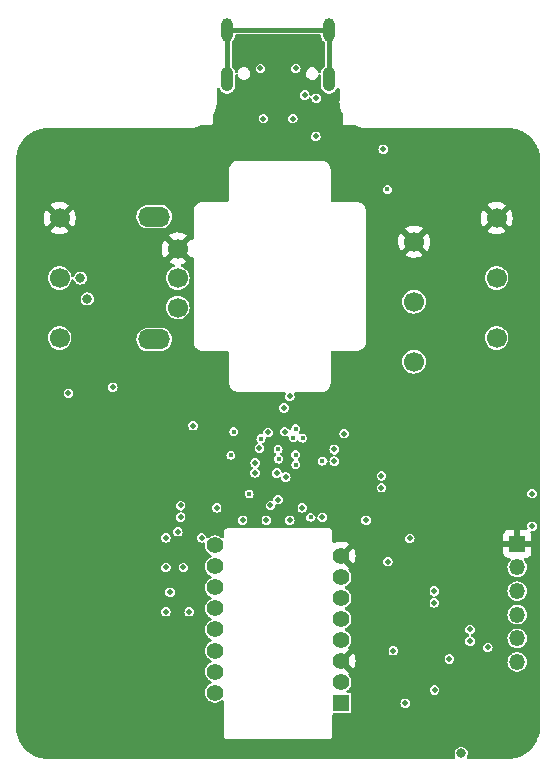
<source format=gbr>
%TF.GenerationSoftware,KiCad,Pcbnew,(6.0.7)*%
%TF.CreationDate,2022-11-13T10:41:01-05:00*%
%TF.ProjectId,redshift,72656473-6869-4667-942e-6b696361645f,0.2*%
%TF.SameCoordinates,Original*%
%TF.FileFunction,Copper,L2,Inr*%
%TF.FilePolarity,Positive*%
%FSLAX46Y46*%
G04 Gerber Fmt 4.6, Leading zero omitted, Abs format (unit mm)*
G04 Created by KiCad (PCBNEW (6.0.7)) date 2022-11-13 10:41:01*
%MOMM*%
%LPD*%
G01*
G04 APERTURE LIST*
%TA.AperFunction,ComponentPad*%
%ADD10O,2.700000X1.700000*%
%TD*%
%TA.AperFunction,ComponentPad*%
%ADD11C,1.700000*%
%TD*%
%TA.AperFunction,ComponentPad*%
%ADD12O,1.050000X2.100000*%
%TD*%
%TA.AperFunction,ComponentPad*%
%ADD13O,1.000000X2.000000*%
%TD*%
%TA.AperFunction,ComponentPad*%
%ADD14O,1.350000X1.350000*%
%TD*%
%TA.AperFunction,ComponentPad*%
%ADD15R,1.350000X1.350000*%
%TD*%
%TA.AperFunction,ComponentPad*%
%ADD16C,1.400000*%
%TD*%
%TA.AperFunction,ComponentPad*%
%ADD17R,1.400000X1.400000*%
%TD*%
%TA.AperFunction,ViaPad*%
%ADD18C,0.500000*%
%TD*%
%TA.AperFunction,ViaPad*%
%ADD19C,0.450000*%
%TD*%
%TA.AperFunction,ViaPad*%
%ADD20C,0.800000*%
%TD*%
%TA.AperFunction,Conductor*%
%ADD21C,0.450000*%
%TD*%
G04 APERTURE END LIST*
D10*
%TO.N,N/C*%
%TO.C,ENC1*%
X12000000Y35800000D03*
X12000000Y46200000D03*
D11*
%TO.N,GND*%
X14000000Y43500000D03*
%TO.N,/ENC_B*%
X14000000Y41000000D03*
%TO.N,/ENC_A*%
X14000000Y38500000D03*
%TD*%
D12*
%TO.N,/SH*%
%TO.C,J1*%
X18180000Y57820000D03*
D13*
X18180000Y62000000D03*
X26820000Y62000000D03*
D12*
X26820000Y57820000D03*
%TD*%
D11*
%TO.N,/SW3_M_NC*%
%TO.C,SW3*%
X34000000Y33920000D03*
%TO.N,/SW3_M_NO*%
X34000000Y39000000D03*
%TO.N,GND*%
X34000000Y44080000D03*
%TD*%
D14*
%TO.N,/SWCLK*%
%TO.C,J3*%
X42750000Y8500000D03*
%TO.N,/SWO*%
X42750000Y10500000D03*
%TO.N,/SWDIO*%
X42750000Y12500000D03*
%TO.N,/RESET*%
X42750000Y14500000D03*
%TO.N,/DBG_VIN*%
X42750000Y16500000D03*
D15*
%TO.N,GND*%
X42750000Y18500000D03*
%TD*%
D16*
%TO.N,N/C*%
%TO.C,U1*%
X17150000Y5905000D03*
%TO.N,Net-(R7-Pad2)*%
X17150000Y7685000D03*
%TO.N,/SNSR_RST*%
X17150000Y9465000D03*
%TO.N,/FC6_CS1*%
X17150000Y11245000D03*
%TO.N,/FC6_MISO*%
X17150000Y13025000D03*
%TO.N,/FC6_MOSI*%
X17150000Y14805000D03*
%TO.N,/FC6_SCK*%
X17150000Y16585000D03*
%TO.N,/SNSR_MTN*%
X17150000Y18365000D03*
%TO.N,GND*%
X27850000Y17475000D03*
%TO.N,+3V3*%
X27850000Y15695000D03*
%TO.N,unconnected-(U1-Pad6)*%
X27850000Y13915000D03*
%TO.N,Net-(C21-Pad1)*%
X27850000Y12135000D03*
%TO.N,+1V9*%
X27850000Y10355000D03*
%TO.N,GND*%
X27850000Y8575000D03*
%TO.N,N/C*%
X27850000Y6795000D03*
D17*
X27850000Y5015000D03*
%TD*%
D11*
%TO.N,/SW2_R_NC*%
%TO.C,SW2*%
X41000000Y35920000D03*
%TO.N,/SW2_R_NO*%
X41000000Y41000000D03*
%TO.N,GND*%
X41000000Y46080000D03*
%TD*%
%TO.N,/SW1_L_NC*%
%TO.C,SW1*%
X4000000Y35920000D03*
%TO.N,/SW1_L_NO*%
X4000000Y41000000D03*
%TO.N,GND*%
X4000000Y46080000D03*
%TD*%
D18*
%TO.N,GND*%
X29900000Y52100000D03*
X32900000Y11900000D03*
X22500000Y60300000D03*
X30400000Y7100000D03*
X13000000Y28900000D03*
D19*
%TO.N,+5V*%
X31750000Y48500000D03*
D18*
X25700000Y53000000D03*
X31786965Y16986965D03*
%TO.N,+3V3*%
X23500000Y31000000D03*
X31250000Y24250000D03*
X15300000Y28500000D03*
X23500000Y20500000D03*
X13350000Y14400000D03*
X27250000Y26500000D03*
X8500000Y31750000D03*
X31400000Y51900000D03*
X19500000Y20500000D03*
X31250000Y23250000D03*
X28100000Y27824500D03*
X21500000Y20500000D03*
X24549011Y21549011D03*
X27250000Y25500000D03*
D20*
X38000000Y750000D03*
D18*
%TO.N,+1V9*%
X32250000Y9450000D03*
%TO.N,/USB_D+*%
X21250000Y54500000D03*
X23050000Y28000000D03*
%TO.N,/USB_D-*%
X23000000Y30000000D03*
X23750000Y54500000D03*
%TO.N,/VBUS_*%
X21000000Y58750000D03*
X44000000Y22750000D03*
X25718767Y56218767D03*
X24000000Y58750000D03*
X24759355Y56495456D03*
%TO.N,/USB1_LED*%
X20924500Y26586598D03*
X4750000Y31250000D03*
D19*
%TO.N,/FC6_CS1*%
X25250000Y20750000D03*
%TO.N,/RESET*%
X23800000Y27500000D03*
D18*
X35725500Y14500000D03*
%TO.N,/FC6_SCK*%
X13000000Y16500000D03*
X14475500Y16500000D03*
X20550000Y25350000D03*
%TO.N,/FC6_MOSI*%
X16024500Y19000000D03*
X13000000Y19000000D03*
%TO.N,/FC6_MISO*%
X22399500Y24490312D03*
X14975500Y12750000D03*
X13000000Y12750000D03*
D19*
%TO.N,/SW1_L_NC*%
X21050000Y27400000D03*
D18*
%TO.N,/SNSR_RST*%
X17300000Y21549011D03*
X14000000Y19524500D03*
X21850000Y21750000D03*
%TO.N,/SW1_L_NO*%
X21650000Y27924500D03*
%TO.N,GND*%
X21350000Y24500000D03*
X29270000Y26500000D03*
X27000000Y56250000D03*
X29250000Y28500000D03*
X31250000Y22250000D03*
X19000000Y53750000D03*
X24451727Y24042359D03*
X35750000Y5000000D03*
X24000000Y51750000D03*
X26600989Y31000000D03*
D20*
X34750000Y750000D03*
D18*
X30000000Y33250000D03*
X18475011Y27000000D03*
X22500000Y20500000D03*
X25750000Y31000000D03*
X38250000Y5000000D03*
X35500000Y50750000D03*
X20500000Y20500000D03*
X34500000Y5000000D03*
X34100000Y10250000D03*
X25000000Y55090500D03*
X30250000Y28500000D03*
X17000000Y53750000D03*
X33229122Y15229122D03*
X30580000Y13920000D03*
X29250000Y25500000D03*
X20800000Y28450000D03*
X18374500Y56250000D03*
D19*
X26250000Y26500000D03*
D18*
X18500000Y20500000D03*
X14250000Y22750000D03*
X39650000Y20300000D03*
%TO.N,/SW4_NC*%
X20544503Y24500000D03*
X14250000Y21750000D03*
D19*
%TO.N,/SW4_NO*%
X20050000Y22724011D03*
D18*
X14250000Y20750000D03*
D19*
%TO.N,/SW2_R_NO*%
X22494503Y26500000D03*
%TO.N,/SW2_R_NC*%
X22535842Y25670558D03*
%TO.N,/SW3_M_NO*%
X24000000Y28250000D03*
%TO.N,/SW3_M_NC*%
X24569819Y27449500D03*
%TO.N,/ENC_B*%
X18500000Y26000000D03*
D20*
X5750000Y41000000D03*
%TO.N,/ENC_A*%
X6334080Y39232867D03*
D19*
X18750000Y28000000D03*
D18*
%TO.N,/SWO*%
X35750000Y6125500D03*
D19*
X23991917Y26050500D03*
D18*
X40250000Y9725500D03*
D19*
%TO.N,/SWCLK*%
X26250000Y25500000D03*
D18*
X38750000Y10250000D03*
%TO.N,/SWDIO*%
X33650000Y18950000D03*
D19*
X24000000Y25200000D03*
D18*
X38750000Y11250000D03*
X29945943Y20495943D03*
%TO.N,/SNSR_MTN*%
X23150000Y24150000D03*
%TO.N,/ISP*%
X26250000Y20750000D03*
X35725500Y13500000D03*
X37000000Y8750000D03*
X22500000Y22250000D03*
%TO.N,/DBG_VIN*%
X44000000Y20000000D03*
X33250000Y5000000D03*
%TD*%
D21*
%TO.N,/SH*%
X18180000Y62000000D02*
X26820000Y62000000D01*
X18180000Y62000000D02*
X18180000Y57820000D01*
X26820000Y62000000D02*
X26820000Y57820000D01*
%TD*%
%TA.AperFunction,Conductor*%
%TO.N,GND*%
G36*
X26111621Y61604498D02*
G01*
X26158114Y61550842D01*
X26169500Y61498500D01*
X26169500Y61459075D01*
X26173342Y61428664D01*
X26181555Y61363653D01*
X26184929Y61336942D01*
X26245432Y61184129D01*
X26342037Y61051163D01*
X26348141Y61046113D01*
X26348147Y61046107D01*
X26398816Y61004190D01*
X26438554Y60945357D01*
X26444500Y60907106D01*
X26444500Y58971170D01*
X26424498Y58903049D01*
X26401329Y58876221D01*
X26320044Y58805312D01*
X26320041Y58805309D01*
X26314319Y58800317D01*
X26220307Y58666552D01*
X26160917Y58514224D01*
X26158140Y58493127D01*
X26151505Y58442732D01*
X26122783Y58377805D01*
X26063518Y58338713D01*
X25992526Y58337868D01*
X25932347Y58375538D01*
X25903069Y58434272D01*
X25892634Y58486023D01*
X25890936Y58494444D01*
X25825571Y58622730D01*
X25728116Y58728712D01*
X25605750Y58804582D01*
X25467488Y58844751D01*
X25460673Y58845251D01*
X25459596Y58845331D01*
X25459583Y58845331D01*
X25457288Y58845500D01*
X25353930Y58845500D01*
X25349685Y58844918D01*
X25349678Y58844918D01*
X25290769Y58836848D01*
X25247354Y58830901D01*
X25239470Y58827489D01*
X25239469Y58827489D01*
X25123098Y58777131D01*
X25123095Y58777129D01*
X25115217Y58773720D01*
X25003325Y58683112D01*
X24919921Y58565751D01*
X24871150Y58430285D01*
X24870522Y58421727D01*
X24870521Y58421724D01*
X24865098Y58347863D01*
X24860606Y58286693D01*
X24889064Y58145556D01*
X24954429Y58017270D01*
X25051884Y57911288D01*
X25174250Y57835418D01*
X25312512Y57795249D01*
X25319327Y57794749D01*
X25320404Y57794669D01*
X25320417Y57794669D01*
X25322712Y57794500D01*
X25426070Y57794500D01*
X25430315Y57795082D01*
X25430322Y57795082D01*
X25489231Y57803152D01*
X25532646Y57809099D01*
X25587929Y57833022D01*
X25656902Y57862869D01*
X25656905Y57862871D01*
X25664783Y57866280D01*
X25776675Y57956888D01*
X25860079Y58074249D01*
X25899949Y58184992D01*
X25941844Y58242310D01*
X26008076Y58267879D01*
X26077618Y58253581D01*
X26128391Y58203956D01*
X26144500Y58142311D01*
X26144500Y57254004D01*
X26159181Y57132687D01*
X26216973Y56979745D01*
X26309579Y56845003D01*
X26315249Y56839952D01*
X26315250Y56839950D01*
X26341576Y56816495D01*
X26431652Y56736240D01*
X26438361Y56732688D01*
X26438362Y56732687D01*
X26569434Y56663288D01*
X26569436Y56663287D01*
X26576145Y56659735D01*
X26627215Y56646907D01*
X26727345Y56621756D01*
X26727349Y56621756D01*
X26734716Y56619905D01*
X26742315Y56619865D01*
X26742317Y56619865D01*
X26810347Y56619509D01*
X26898210Y56619049D01*
X26905590Y56620821D01*
X26905592Y56620821D01*
X27049811Y56655444D01*
X27049815Y56655445D01*
X27057190Y56657216D01*
X27202476Y56732204D01*
X27208200Y56737197D01*
X27319956Y56834688D01*
X27319959Y56834691D01*
X27325681Y56839683D01*
X27419693Y56973448D01*
X27456107Y57066845D01*
X27499488Y57123046D01*
X27566367Y57146873D01*
X27635511Y57130759D01*
X27684967Y57079822D01*
X27699500Y57021075D01*
X27699500Y56037317D01*
X27697586Y56015437D01*
X27694864Y56000000D01*
X27695520Y55996279D01*
X27696113Y55986470D01*
X27696113Y55986469D01*
X27709925Y55758136D01*
X27712099Y55722199D01*
X27762266Y55448448D01*
X27845063Y55182740D01*
X27959285Y54928950D01*
X27961257Y54925689D01*
X27961259Y54925684D01*
X27981828Y54891659D01*
X28000000Y54826474D01*
X28000000Y54000000D01*
X28826474Y54000000D01*
X28891659Y53981828D01*
X28925684Y53961259D01*
X28925689Y53961257D01*
X28928950Y53959285D01*
X29018052Y53919183D01*
X29179264Y53846627D01*
X29179270Y53846625D01*
X29182740Y53845063D01*
X29448448Y53762266D01*
X29722199Y53712099D01*
X29725991Y53711870D01*
X29725996Y53711869D01*
X29985484Y53696173D01*
X29996279Y53695520D01*
X30000000Y53694864D01*
X30015437Y53697586D01*
X30037317Y53699500D01*
X41962683Y53699500D01*
X41984563Y53697586D01*
X42000000Y53694864D01*
X42010855Y53696778D01*
X42021294Y53696778D01*
X42034509Y53697562D01*
X42295187Y53682923D01*
X42309219Y53681342D01*
X42451471Y53657172D01*
X42593719Y53633003D01*
X42607494Y53629859D01*
X42693847Y53604981D01*
X42884799Y53549969D01*
X42898118Y53545308D01*
X43113449Y53456115D01*
X43164736Y53434871D01*
X43177466Y53428740D01*
X43430020Y53289159D01*
X43441985Y53281642D01*
X43677342Y53114647D01*
X43688389Y53105837D01*
X43903559Y52913550D01*
X43913550Y52903559D01*
X44105837Y52688389D01*
X44114647Y52677342D01*
X44281642Y52441985D01*
X44289159Y52430020D01*
X44428740Y52177466D01*
X44434871Y52164736D01*
X44545308Y51898118D01*
X44549969Y51884799D01*
X44581689Y51774696D01*
X44629859Y51607494D01*
X44633003Y51593719D01*
X44645723Y51518855D01*
X44675183Y51345470D01*
X44681341Y51309224D01*
X44682923Y51295183D01*
X44697562Y51034512D01*
X44696778Y51021294D01*
X44696778Y51010855D01*
X44694864Y51000000D01*
X44696778Y50989145D01*
X44697586Y50984563D01*
X44699500Y50962683D01*
X44699500Y3037317D01*
X44697586Y3015437D01*
X44694864Y3000000D01*
X44696778Y2989145D01*
X44696778Y2978706D01*
X44697562Y2965488D01*
X44682923Y2704817D01*
X44681342Y2690781D01*
X44657172Y2548528D01*
X44633003Y2406281D01*
X44629859Y2392506D01*
X44549969Y2115201D01*
X44545308Y2101882D01*
X44446547Y1863452D01*
X44434871Y1835264D01*
X44428740Y1822534D01*
X44289159Y1569980D01*
X44281642Y1558015D01*
X44114647Y1322658D01*
X44105837Y1311611D01*
X43913550Y1096441D01*
X43903559Y1086450D01*
X43688389Y894163D01*
X43677342Y885353D01*
X43441985Y718358D01*
X43430020Y710841D01*
X43177466Y571260D01*
X43164735Y565129D01*
X42898118Y454692D01*
X42884799Y450031D01*
X42725466Y404128D01*
X42607494Y370141D01*
X42593719Y366997D01*
X42451471Y342828D01*
X42309219Y318658D01*
X42295187Y317077D01*
X42034509Y302438D01*
X42021294Y303222D01*
X42010855Y303222D01*
X42000000Y305136D01*
X41989145Y303222D01*
X41984563Y302414D01*
X41962683Y300500D01*
X38598240Y300500D01*
X38530119Y320502D01*
X38483626Y374158D01*
X38473522Y444432D01*
X38481831Y474718D01*
X38533169Y598660D01*
X38536330Y606291D01*
X38555250Y750000D01*
X38536330Y893709D01*
X38480861Y1027625D01*
X38392621Y1142621D01*
X38277625Y1230861D01*
X38143709Y1286330D01*
X38000000Y1305250D01*
X37856291Y1286330D01*
X37722375Y1230861D01*
X37607379Y1142621D01*
X37519139Y1027625D01*
X37463670Y893709D01*
X37444750Y750000D01*
X37463670Y606291D01*
X37466831Y598660D01*
X37518169Y474718D01*
X37525758Y404128D01*
X37493979Y340641D01*
X37432920Y304414D01*
X37401760Y300500D01*
X3037317Y300500D01*
X3015437Y302414D01*
X3010855Y303222D01*
X3000000Y305136D01*
X2989145Y303222D01*
X2978706Y303222D01*
X2965491Y302438D01*
X2704813Y317077D01*
X2690781Y318658D01*
X2548529Y342828D01*
X2406281Y366997D01*
X2392506Y370141D01*
X2274534Y404128D01*
X2115201Y450031D01*
X2101882Y454692D01*
X1835265Y565129D01*
X1822534Y571260D01*
X1569980Y710841D01*
X1558015Y718358D01*
X1322658Y885353D01*
X1311611Y894163D01*
X1096441Y1086450D01*
X1086450Y1096441D01*
X894163Y1311611D01*
X885353Y1322658D01*
X718358Y1558015D01*
X710841Y1569980D01*
X571260Y1822534D01*
X565129Y1835264D01*
X553453Y1863452D01*
X454692Y2101882D01*
X450031Y2115201D01*
X370141Y2392506D01*
X366997Y2406281D01*
X342828Y2548528D01*
X318658Y2690781D01*
X317077Y2704817D01*
X302438Y2965488D01*
X303222Y2978706D01*
X303222Y2989145D01*
X305136Y3000000D01*
X302414Y3015437D01*
X300500Y3037317D01*
X300500Y12750000D01*
X12594508Y12750000D01*
X12596059Y12740207D01*
X12611523Y12642573D01*
X12614354Y12624696D01*
X12671950Y12511658D01*
X12761658Y12421950D01*
X12874696Y12364354D01*
X12884485Y12362804D01*
X12884487Y12362803D01*
X12990207Y12346059D01*
X13000000Y12344508D01*
X13009793Y12346059D01*
X13115513Y12362803D01*
X13115515Y12362804D01*
X13125304Y12364354D01*
X13238342Y12421950D01*
X13328050Y12511658D01*
X13385646Y12624696D01*
X13388478Y12642573D01*
X13403941Y12740207D01*
X13405492Y12750000D01*
X14570008Y12750000D01*
X14571559Y12740207D01*
X14587023Y12642573D01*
X14589854Y12624696D01*
X14647450Y12511658D01*
X14737158Y12421950D01*
X14850196Y12364354D01*
X14859985Y12362804D01*
X14859987Y12362803D01*
X14965707Y12346059D01*
X14975500Y12344508D01*
X14985293Y12346059D01*
X15091013Y12362803D01*
X15091015Y12362804D01*
X15100804Y12364354D01*
X15213842Y12421950D01*
X15303550Y12511658D01*
X15361146Y12624696D01*
X15363978Y12642573D01*
X15379441Y12740207D01*
X15380992Y12750000D01*
X15375118Y12787085D01*
X15362697Y12865513D01*
X15362696Y12865515D01*
X15361146Y12875304D01*
X15303550Y12988342D01*
X15213842Y13078050D01*
X15100804Y13135646D01*
X15091015Y13137196D01*
X15091013Y13137197D01*
X14985293Y13153941D01*
X14975500Y13155492D01*
X14965707Y13153941D01*
X14859987Y13137197D01*
X14859985Y13137196D01*
X14850196Y13135646D01*
X14737158Y13078050D01*
X14647450Y12988342D01*
X14589854Y12875304D01*
X14588304Y12865515D01*
X14588303Y12865513D01*
X14575882Y12787085D01*
X14570008Y12750000D01*
X13405492Y12750000D01*
X13399618Y12787085D01*
X13387197Y12865513D01*
X13387196Y12865515D01*
X13385646Y12875304D01*
X13328050Y12988342D01*
X13238342Y13078050D01*
X13125304Y13135646D01*
X13115515Y13137196D01*
X13115513Y13137197D01*
X13009793Y13153941D01*
X13000000Y13155492D01*
X12990207Y13153941D01*
X12884487Y13137197D01*
X12884485Y13137196D01*
X12874696Y13135646D01*
X12761658Y13078050D01*
X12671950Y12988342D01*
X12614354Y12875304D01*
X12612804Y12865515D01*
X12612803Y12865513D01*
X12600382Y12787085D01*
X12594508Y12750000D01*
X300500Y12750000D01*
X300500Y14400000D01*
X12944508Y14400000D01*
X12946059Y14390207D01*
X12957523Y14317828D01*
X12964354Y14274696D01*
X13021950Y14161658D01*
X13111658Y14071950D01*
X13224696Y14014354D01*
X13234485Y14012804D01*
X13234487Y14012803D01*
X13340207Y13996059D01*
X13350000Y13994508D01*
X13359793Y13996059D01*
X13465513Y14012803D01*
X13465515Y14012804D01*
X13475304Y14014354D01*
X13588342Y14071950D01*
X13678050Y14161658D01*
X13735646Y14274696D01*
X13742478Y14317828D01*
X13753941Y14390207D01*
X13755492Y14400000D01*
X13751917Y14422573D01*
X13737197Y14515513D01*
X13737196Y14515515D01*
X13735646Y14525304D01*
X13678050Y14638342D01*
X13588342Y14728050D01*
X13475304Y14785646D01*
X13465515Y14787196D01*
X13465513Y14787197D01*
X13359793Y14803941D01*
X13350000Y14805492D01*
X13340207Y14803941D01*
X13234487Y14787197D01*
X13234485Y14787196D01*
X13224696Y14785646D01*
X13111658Y14728050D01*
X13021950Y14638342D01*
X12964354Y14525304D01*
X12962804Y14515515D01*
X12962803Y14515513D01*
X12948083Y14422573D01*
X12944508Y14400000D01*
X300500Y14400000D01*
X300500Y16500000D01*
X12594508Y16500000D01*
X12596059Y16490207D01*
X12605046Y16433468D01*
X12614354Y16374696D01*
X12671950Y16261658D01*
X12761658Y16171950D01*
X12874696Y16114354D01*
X12884485Y16112804D01*
X12884487Y16112803D01*
X12990207Y16096059D01*
X13000000Y16094508D01*
X13009793Y16096059D01*
X13115513Y16112803D01*
X13115515Y16112804D01*
X13125304Y16114354D01*
X13238342Y16171950D01*
X13328050Y16261658D01*
X13385646Y16374696D01*
X13394955Y16433468D01*
X13403941Y16490207D01*
X13405492Y16500000D01*
X14070008Y16500000D01*
X14071559Y16490207D01*
X14080546Y16433468D01*
X14089854Y16374696D01*
X14147450Y16261658D01*
X14237158Y16171950D01*
X14350196Y16114354D01*
X14359985Y16112804D01*
X14359987Y16112803D01*
X14465707Y16096059D01*
X14475500Y16094508D01*
X14485293Y16096059D01*
X14591013Y16112803D01*
X14591015Y16112804D01*
X14600804Y16114354D01*
X14713842Y16171950D01*
X14803550Y16261658D01*
X14861146Y16374696D01*
X14870455Y16433468D01*
X14879441Y16490207D01*
X14880992Y16500000D01*
X14868088Y16581473D01*
X14862697Y16615513D01*
X14862696Y16615515D01*
X14861146Y16625304D01*
X14803550Y16738342D01*
X14713842Y16828050D01*
X14600804Y16885646D01*
X14591015Y16887196D01*
X14591013Y16887197D01*
X14485293Y16903941D01*
X14475500Y16905492D01*
X14465707Y16903941D01*
X14359987Y16887197D01*
X14359985Y16887196D01*
X14350196Y16885646D01*
X14237158Y16828050D01*
X14147450Y16738342D01*
X14089854Y16625304D01*
X14088304Y16615515D01*
X14088303Y16615513D01*
X14082912Y16581473D01*
X14070008Y16500000D01*
X13405492Y16500000D01*
X13392588Y16581473D01*
X13387197Y16615513D01*
X13387196Y16615515D01*
X13385646Y16625304D01*
X13328050Y16738342D01*
X13238342Y16828050D01*
X13125304Y16885646D01*
X13115515Y16887196D01*
X13115513Y16887197D01*
X13009793Y16903941D01*
X13000000Y16905492D01*
X12990207Y16903941D01*
X12884487Y16887197D01*
X12884485Y16887196D01*
X12874696Y16885646D01*
X12761658Y16828050D01*
X12671950Y16738342D01*
X12614354Y16625304D01*
X12612804Y16615515D01*
X12612803Y16615513D01*
X12607412Y16581473D01*
X12594508Y16500000D01*
X300500Y16500000D01*
X300500Y19000000D01*
X12594508Y19000000D01*
X12614354Y18874696D01*
X12671950Y18761658D01*
X12761658Y18671950D01*
X12874696Y18614354D01*
X12884485Y18612804D01*
X12884487Y18612803D01*
X12990207Y18596059D01*
X13000000Y18594508D01*
X13009793Y18596059D01*
X13115513Y18612803D01*
X13115515Y18612804D01*
X13125304Y18614354D01*
X13238342Y18671950D01*
X13328050Y18761658D01*
X13385646Y18874696D01*
X13405492Y19000000D01*
X15619008Y19000000D01*
X15638854Y18874696D01*
X15696450Y18761658D01*
X15786158Y18671950D01*
X15899196Y18614354D01*
X15908985Y18612804D01*
X15908987Y18612803D01*
X16014707Y18596059D01*
X16024500Y18594508D01*
X16146211Y18613785D01*
X16146214Y18613785D01*
X16149804Y18614354D01*
X16149878Y18613890D01*
X16213700Y18615711D01*
X16274496Y18579047D01*
X16305819Y18515334D01*
X16306974Y18480683D01*
X16294815Y18365000D01*
X16295505Y18358435D01*
X16307323Y18246000D01*
X16313503Y18187197D01*
X16368750Y18017165D01*
X16458141Y17862335D01*
X16462559Y17857428D01*
X16462560Y17857427D01*
X16538120Y17773510D01*
X16577770Y17729474D01*
X16722407Y17624388D01*
X16728433Y17621705D01*
X16728440Y17621701D01*
X16799403Y17590107D01*
X16853499Y17544127D01*
X16874149Y17476200D01*
X16854797Y17407892D01*
X16799404Y17359893D01*
X16728438Y17328297D01*
X16728436Y17328296D01*
X16722408Y17325612D01*
X16717067Y17321732D01*
X16717066Y17321731D01*
X16698173Y17308004D01*
X16577770Y17220526D01*
X16573357Y17215624D01*
X16573355Y17215623D01*
X16475272Y17106691D01*
X16458141Y17087665D01*
X16368750Y16932835D01*
X16313503Y16762803D01*
X16294815Y16585000D01*
X16295505Y16578435D01*
X16302874Y16508329D01*
X16313503Y16407197D01*
X16368750Y16237165D01*
X16458141Y16082335D01*
X16462559Y16077428D01*
X16462560Y16077427D01*
X16516223Y16017829D01*
X16577770Y15949474D01*
X16583109Y15945595D01*
X16683298Y15872803D01*
X16722407Y15844388D01*
X16728433Y15841705D01*
X16728440Y15841701D01*
X16799403Y15810107D01*
X16853499Y15764127D01*
X16874149Y15696200D01*
X16854797Y15627892D01*
X16799404Y15579893D01*
X16728438Y15548297D01*
X16728436Y15548296D01*
X16722408Y15545612D01*
X16577770Y15440526D01*
X16573357Y15435624D01*
X16573355Y15435623D01*
X16499366Y15353450D01*
X16458141Y15307665D01*
X16368750Y15152835D01*
X16313503Y14982803D01*
X16312813Y14976240D01*
X16312813Y14976239D01*
X16297238Y14828050D01*
X16294815Y14805000D01*
X16295505Y14798435D01*
X16312774Y14634137D01*
X16313503Y14627197D01*
X16368750Y14457165D01*
X16458141Y14302335D01*
X16462559Y14297428D01*
X16462560Y14297427D01*
X16501080Y14254647D01*
X16577770Y14169474D01*
X16583109Y14165595D01*
X16683298Y14092803D01*
X16722407Y14064388D01*
X16728433Y14061705D01*
X16728440Y14061701D01*
X16799403Y14030107D01*
X16853499Y13984127D01*
X16874149Y13916200D01*
X16854797Y13847892D01*
X16799404Y13799893D01*
X16728438Y13768297D01*
X16728436Y13768296D01*
X16722408Y13765612D01*
X16717067Y13761732D01*
X16717066Y13761731D01*
X16650356Y13713263D01*
X16577770Y13660526D01*
X16573357Y13655624D01*
X16573355Y13655623D01*
X16554009Y13634137D01*
X16458141Y13527665D01*
X16368750Y13372835D01*
X16313503Y13202803D01*
X16312813Y13196240D01*
X16312813Y13196239D01*
X16302284Y13096059D01*
X16294815Y13025000D01*
X16295505Y13018435D01*
X16302874Y12948329D01*
X16313503Y12847197D01*
X16368750Y12677165D01*
X16458141Y12522335D01*
X16462559Y12517428D01*
X16462560Y12517427D01*
X16542216Y12428961D01*
X16577770Y12389474D01*
X16583109Y12385595D01*
X16683298Y12312803D01*
X16722407Y12284388D01*
X16728433Y12281705D01*
X16728440Y12281701D01*
X16799403Y12250107D01*
X16853499Y12204127D01*
X16874149Y12136200D01*
X16854797Y12067892D01*
X16799404Y12019893D01*
X16728438Y11988297D01*
X16728436Y11988296D01*
X16722408Y11985612D01*
X16577770Y11880526D01*
X16573357Y11875624D01*
X16573355Y11875623D01*
X16499366Y11793450D01*
X16458141Y11747665D01*
X16454838Y11741944D01*
X16404030Y11653941D01*
X16368750Y11592835D01*
X16313503Y11422803D01*
X16312813Y11416240D01*
X16312813Y11416239D01*
X16302081Y11314127D01*
X16294815Y11245000D01*
X16295505Y11238435D01*
X16307460Y11124696D01*
X16313503Y11067197D01*
X16368750Y10897165D01*
X16372053Y10891443D01*
X16372054Y10891442D01*
X16391555Y10857665D01*
X16458141Y10742335D01*
X16462559Y10737428D01*
X16462560Y10737427D01*
X16554205Y10635646D01*
X16577770Y10609474D01*
X16583109Y10605595D01*
X16683298Y10532803D01*
X16722407Y10504388D01*
X16728433Y10501705D01*
X16728440Y10501701D01*
X16799403Y10470107D01*
X16853499Y10424127D01*
X16874149Y10356200D01*
X16854797Y10287892D01*
X16799404Y10239893D01*
X16728438Y10208297D01*
X16728436Y10208296D01*
X16722408Y10205612D01*
X16717067Y10201732D01*
X16717066Y10201731D01*
X16596846Y10114386D01*
X16577770Y10100526D01*
X16573357Y10095624D01*
X16573355Y10095623D01*
X16493739Y10007201D01*
X16458141Y9967665D01*
X16454838Y9961944D01*
X16385019Y9841013D01*
X16368750Y9812835D01*
X16357585Y9778473D01*
X16325430Y9679509D01*
X16313503Y9642803D01*
X16312813Y9636240D01*
X16312813Y9636239D01*
X16298967Y9504500D01*
X16294815Y9465000D01*
X16313503Y9287197D01*
X16368750Y9117165D01*
X16458141Y8962335D01*
X16462559Y8957428D01*
X16462560Y8957427D01*
X16565298Y8843326D01*
X16577770Y8829474D01*
X16722407Y8724388D01*
X16728433Y8721705D01*
X16728440Y8721701D01*
X16799403Y8690107D01*
X16853499Y8644127D01*
X16874149Y8576200D01*
X16854797Y8507892D01*
X16799404Y8459893D01*
X16728438Y8428297D01*
X16728436Y8428296D01*
X16722408Y8425612D01*
X16577770Y8320526D01*
X16573357Y8315624D01*
X16573355Y8315623D01*
X16462560Y8192573D01*
X16458141Y8187665D01*
X16368750Y8032835D01*
X16313503Y7862803D01*
X16294815Y7685000D01*
X16295505Y7678435D01*
X16302874Y7608329D01*
X16313503Y7507197D01*
X16368750Y7337165D01*
X16458141Y7182335D01*
X16577770Y7049474D01*
X16583109Y7045595D01*
X16683298Y6972803D01*
X16722407Y6944388D01*
X16728433Y6941705D01*
X16728440Y6941701D01*
X16799403Y6910107D01*
X16853499Y6864127D01*
X16874149Y6796200D01*
X16854797Y6727892D01*
X16799404Y6679893D01*
X16728438Y6648297D01*
X16728436Y6648296D01*
X16722408Y6645612D01*
X16577770Y6540526D01*
X16573357Y6535624D01*
X16573355Y6535623D01*
X16551316Y6511146D01*
X16458141Y6407665D01*
X16368750Y6252835D01*
X16313503Y6082803D01*
X16312813Y6076240D01*
X16312813Y6076239D01*
X16298967Y5944500D01*
X16294815Y5905000D01*
X16295505Y5898435D01*
X16299885Y5856767D01*
X16313503Y5727197D01*
X16368750Y5557165D01*
X16458141Y5402335D01*
X16462559Y5397428D01*
X16462560Y5397427D01*
X16531341Y5321039D01*
X16577770Y5269474D01*
X16583109Y5265595D01*
X16632777Y5229509D01*
X16722407Y5164388D01*
X16728435Y5161704D01*
X16728437Y5161703D01*
X16879702Y5094356D01*
X16885733Y5091671D01*
X16973171Y5073085D01*
X17054152Y5055872D01*
X17054156Y5055872D01*
X17060609Y5054500D01*
X17239391Y5054500D01*
X17245844Y5055872D01*
X17245848Y5055872D01*
X17326829Y5073085D01*
X17414267Y5091671D01*
X17420298Y5094356D01*
X17571563Y5161703D01*
X17571565Y5161704D01*
X17577593Y5164388D01*
X17667224Y5229509D01*
X17699439Y5252915D01*
X17766306Y5276773D01*
X17835458Y5260693D01*
X17884938Y5209780D01*
X17899500Y5150979D01*
X17899500Y2287374D01*
X17898935Y2275817D01*
X17895754Y2264832D01*
X17896758Y2253241D01*
X17899030Y2227006D01*
X17899500Y2216134D01*
X17899500Y2207052D01*
X17900562Y2201351D01*
X17900562Y2201349D01*
X17900724Y2200479D01*
X17902384Y2188280D01*
X17902403Y2188067D01*
X17905413Y2153304D01*
X17910520Y2142855D01*
X17911432Y2139567D01*
X17912661Y2136383D01*
X17914791Y2124947D01*
X17929014Y2101873D01*
X17933221Y2095048D01*
X17939160Y2084266D01*
X17954575Y2052731D01*
X17963101Y2044822D01*
X17965134Y2042084D01*
X17967428Y2039554D01*
X17973532Y2029652D01*
X17982788Y2022613D01*
X17982793Y2022608D01*
X18001487Y2008393D01*
X18010908Y2000474D01*
X18036646Y1976599D01*
X18047447Y1972290D01*
X18050324Y1970471D01*
X18053381Y1968934D01*
X18062641Y1961892D01*
X18083348Y1955896D01*
X18096367Y1952126D01*
X18108008Y1948129D01*
X18140622Y1935117D01*
X18146915Y1934500D01*
X18149997Y1934500D01*
X18153067Y1934350D01*
X18153061Y1934234D01*
X18159183Y1933935D01*
X18170168Y1930754D01*
X18207994Y1934030D01*
X18218866Y1934500D01*
X26747626Y1934500D01*
X26759183Y1933935D01*
X26770168Y1930754D01*
X26807994Y1934030D01*
X26818866Y1934500D01*
X26827948Y1934500D01*
X26833649Y1935562D01*
X26833651Y1935562D01*
X26834521Y1935724D01*
X26846720Y1937384D01*
X26870105Y1939409D01*
X26870106Y1939409D01*
X26881696Y1940413D01*
X26892145Y1945520D01*
X26895433Y1946432D01*
X26898617Y1947661D01*
X26910053Y1949791D01*
X26939952Y1968221D01*
X26950734Y1974160D01*
X26971819Y1984467D01*
X26982269Y1989575D01*
X26990178Y1998101D01*
X26992916Y2000134D01*
X26995446Y2002428D01*
X27005348Y2008532D01*
X27012387Y2017788D01*
X27012392Y2017793D01*
X27026607Y2036487D01*
X27034526Y2045908D01*
X27050490Y2063118D01*
X27058401Y2071646D01*
X27062710Y2082447D01*
X27064529Y2085324D01*
X27066066Y2088381D01*
X27073108Y2097641D01*
X27082874Y2131368D01*
X27086873Y2143014D01*
X27099883Y2175622D01*
X27100500Y2181915D01*
X27100500Y2184997D01*
X27100650Y2188067D01*
X27100766Y2188061D01*
X27101065Y2194183D01*
X27104246Y2205168D01*
X27100970Y2242994D01*
X27100500Y2253866D01*
X27100500Y4038500D01*
X27120502Y4106621D01*
X27174158Y4153114D01*
X27226500Y4164500D01*
X28564820Y4164500D01*
X28608722Y4173233D01*
X28619040Y4180127D01*
X28619042Y4180128D01*
X28648185Y4199601D01*
X28658504Y4206496D01*
X28665399Y4216815D01*
X28684872Y4245958D01*
X28684873Y4245960D01*
X28691767Y4256278D01*
X28700500Y4300180D01*
X28700500Y5000000D01*
X32844508Y5000000D01*
X32864354Y4874696D01*
X32921950Y4761658D01*
X33011658Y4671950D01*
X33124696Y4614354D01*
X33134485Y4612804D01*
X33134487Y4612803D01*
X33240207Y4596059D01*
X33250000Y4594508D01*
X33259793Y4596059D01*
X33365513Y4612803D01*
X33365515Y4612804D01*
X33375304Y4614354D01*
X33488342Y4671950D01*
X33578050Y4761658D01*
X33635646Y4874696D01*
X33655492Y5000000D01*
X33635646Y5125304D01*
X33578050Y5238342D01*
X33488342Y5328050D01*
X33375304Y5385646D01*
X33365515Y5387196D01*
X33365513Y5387197D01*
X33259793Y5403941D01*
X33250000Y5405492D01*
X33240207Y5403941D01*
X33134487Y5387197D01*
X33134485Y5387196D01*
X33124696Y5385646D01*
X33011658Y5328050D01*
X32921950Y5238342D01*
X32864354Y5125304D01*
X32844508Y5000000D01*
X28700500Y5000000D01*
X28700500Y5729820D01*
X28691767Y5773722D01*
X28684873Y5784040D01*
X28684872Y5784042D01*
X28665399Y5813185D01*
X28658504Y5823504D01*
X28648185Y5830399D01*
X28619042Y5849872D01*
X28619040Y5849873D01*
X28608722Y5856767D01*
X28564820Y5865500D01*
X28405398Y5865500D01*
X28337277Y5885502D01*
X28290784Y5939158D01*
X28280680Y6009432D01*
X28310174Y6074012D01*
X28331337Y6093436D01*
X28361991Y6115707D01*
X28375470Y6125500D01*
X35344508Y6125500D01*
X35364354Y6000196D01*
X35421950Y5887158D01*
X35511658Y5797450D01*
X35624696Y5739854D01*
X35634485Y5738304D01*
X35634487Y5738303D01*
X35740207Y5721559D01*
X35750000Y5720008D01*
X35759793Y5721559D01*
X35865513Y5738303D01*
X35865515Y5738304D01*
X35875304Y5739854D01*
X35988342Y5797450D01*
X36078050Y5887158D01*
X36135646Y6000196D01*
X36155492Y6125500D01*
X36153941Y6135293D01*
X36137197Y6241013D01*
X36137196Y6241015D01*
X36135646Y6250804D01*
X36078050Y6363842D01*
X35988342Y6453550D01*
X35875304Y6511146D01*
X35865515Y6512696D01*
X35865513Y6512697D01*
X35759793Y6529441D01*
X35750000Y6530992D01*
X35740207Y6529441D01*
X35634487Y6512697D01*
X35634485Y6512696D01*
X35624696Y6511146D01*
X35511658Y6453550D01*
X35421950Y6363842D01*
X35364354Y6250804D01*
X35362804Y6241015D01*
X35362803Y6241013D01*
X35346059Y6135293D01*
X35344508Y6125500D01*
X28375470Y6125500D01*
X28422230Y6159474D01*
X28495649Y6241013D01*
X28537440Y6287427D01*
X28537441Y6287428D01*
X28541859Y6292335D01*
X28631250Y6447165D01*
X28686497Y6617197D01*
X28697127Y6718329D01*
X28704495Y6788435D01*
X28705185Y6795000D01*
X28697919Y6864127D01*
X28687187Y6966239D01*
X28687187Y6966240D01*
X28686497Y6972803D01*
X28631250Y7142835D01*
X28541859Y7297665D01*
X28478617Y7367902D01*
X28447900Y7431910D01*
X28456663Y7502363D01*
X28482054Y7533468D01*
X28479937Y7535160D01*
X28499623Y7559788D01*
X28492554Y7573236D01*
X27579885Y8485905D01*
X27545859Y8548217D01*
X27547694Y8573868D01*
X28214408Y8573868D01*
X28214539Y8572035D01*
X28218790Y8565420D01*
X28852486Y7931724D01*
X28864261Y7925294D01*
X28876276Y7934590D01*
X28897001Y7964189D01*
X28902479Y7973677D01*
X28987159Y8155277D01*
X28990907Y8165571D01*
X29042769Y8359122D01*
X29044671Y8369909D01*
X29062135Y8569525D01*
X29062135Y8580475D01*
X29047304Y8750000D01*
X36594508Y8750000D01*
X36596059Y8740207D01*
X36610082Y8651671D01*
X36614354Y8624696D01*
X36671950Y8511658D01*
X36761658Y8421950D01*
X36874696Y8364354D01*
X36884485Y8362804D01*
X36884487Y8362803D01*
X36990207Y8346059D01*
X37000000Y8344508D01*
X37009793Y8346059D01*
X37115513Y8362803D01*
X37115515Y8362804D01*
X37125304Y8364354D01*
X37238342Y8421950D01*
X37316392Y8500000D01*
X41919953Y8500000D01*
X41938092Y8327424D01*
X41991714Y8162389D01*
X42078478Y8012111D01*
X42194590Y7883155D01*
X42334976Y7781158D01*
X42341004Y7778474D01*
X42341006Y7778473D01*
X42487470Y7713263D01*
X42493501Y7710578D01*
X42578368Y7692539D01*
X42656779Y7675872D01*
X42656783Y7675872D01*
X42663236Y7674500D01*
X42836764Y7674500D01*
X42843217Y7675872D01*
X42843221Y7675872D01*
X42921631Y7692539D01*
X43006499Y7710578D01*
X43012530Y7713263D01*
X43158994Y7778473D01*
X43158996Y7778474D01*
X43165024Y7781158D01*
X43305410Y7883155D01*
X43421522Y8012111D01*
X43508286Y8162389D01*
X43561908Y8327424D01*
X43580047Y8500000D01*
X43579218Y8507892D01*
X43567536Y8619032D01*
X43561908Y8672576D01*
X43549431Y8710979D01*
X43516310Y8812915D01*
X43508286Y8837611D01*
X43421522Y8987889D01*
X43305410Y9116845D01*
X43165024Y9218842D01*
X43158996Y9221526D01*
X43158994Y9221527D01*
X43012530Y9286737D01*
X43012529Y9286737D01*
X43006499Y9289422D01*
X42921631Y9307461D01*
X42843221Y9324128D01*
X42843217Y9324128D01*
X42836764Y9325500D01*
X42663236Y9325500D01*
X42656783Y9324128D01*
X42656779Y9324128D01*
X42578369Y9307461D01*
X42493501Y9289422D01*
X42487472Y9286738D01*
X42487470Y9286737D01*
X42341007Y9221527D01*
X42341005Y9221526D01*
X42334977Y9218842D01*
X42329636Y9214962D01*
X42329635Y9214961D01*
X42276455Y9176323D01*
X42194590Y9116845D01*
X42078478Y8987889D01*
X41991714Y8837611D01*
X41983690Y8812915D01*
X41950570Y8710979D01*
X41938092Y8672576D01*
X41932464Y8619032D01*
X41920783Y8507892D01*
X41919953Y8500000D01*
X37316392Y8500000D01*
X37328050Y8511658D01*
X37385646Y8624696D01*
X37389919Y8651671D01*
X37403941Y8740207D01*
X37405492Y8750000D01*
X37399018Y8790878D01*
X37387197Y8865513D01*
X37387196Y8865515D01*
X37385646Y8875304D01*
X37328050Y8988342D01*
X37238342Y9078050D01*
X37125304Y9135646D01*
X37115515Y9137196D01*
X37115513Y9137197D01*
X37009793Y9153941D01*
X37000000Y9155492D01*
X36990207Y9153941D01*
X36884487Y9137197D01*
X36884485Y9137196D01*
X36874696Y9135646D01*
X36761658Y9078050D01*
X36671950Y8988342D01*
X36614354Y8875304D01*
X36612804Y8865515D01*
X36612803Y8865513D01*
X36600982Y8790878D01*
X36594508Y8750000D01*
X29047304Y8750000D01*
X29044671Y8780091D01*
X29042769Y8790878D01*
X28990907Y8984429D01*
X28987159Y8994723D01*
X28902479Y9176323D01*
X28897001Y9185811D01*
X28875689Y9216248D01*
X28865212Y9224623D01*
X28851764Y9217554D01*
X28222022Y8587812D01*
X28214408Y8573868D01*
X27547694Y8573868D01*
X27550924Y8619032D01*
X27579885Y8664095D01*
X28365790Y9450000D01*
X31844508Y9450000D01*
X31846059Y9440207D01*
X31851721Y9404461D01*
X31864354Y9324696D01*
X31921950Y9211658D01*
X32011658Y9121950D01*
X32124696Y9064354D01*
X32134485Y9062804D01*
X32134487Y9062803D01*
X32240207Y9046059D01*
X32250000Y9044508D01*
X32259793Y9046059D01*
X32365513Y9062803D01*
X32365515Y9062804D01*
X32375304Y9064354D01*
X32488342Y9121950D01*
X32578050Y9211658D01*
X32635646Y9324696D01*
X32648280Y9404461D01*
X32653941Y9440207D01*
X32655492Y9450000D01*
X32653116Y9465000D01*
X32637197Y9565513D01*
X32637196Y9565515D01*
X32635646Y9575304D01*
X32578050Y9688342D01*
X32540892Y9725500D01*
X39844508Y9725500D01*
X39846059Y9715707D01*
X39852586Y9674500D01*
X39864354Y9600196D01*
X39921950Y9487158D01*
X40011658Y9397450D01*
X40124696Y9339854D01*
X40134485Y9338304D01*
X40134487Y9338303D01*
X40240207Y9321559D01*
X40250000Y9320008D01*
X40259793Y9321559D01*
X40365513Y9338303D01*
X40365515Y9338304D01*
X40375304Y9339854D01*
X40488342Y9397450D01*
X40578050Y9487158D01*
X40635646Y9600196D01*
X40647415Y9674500D01*
X40653941Y9715707D01*
X40655492Y9725500D01*
X40653941Y9735293D01*
X40637197Y9841013D01*
X40637196Y9841015D01*
X40635646Y9850804D01*
X40578050Y9963842D01*
X40488342Y10053550D01*
X40375304Y10111146D01*
X40365515Y10112696D01*
X40365513Y10112697D01*
X40259793Y10129441D01*
X40250000Y10130992D01*
X40240207Y10129441D01*
X40134487Y10112697D01*
X40134485Y10112696D01*
X40124696Y10111146D01*
X40011658Y10053550D01*
X39921950Y9963842D01*
X39864354Y9850804D01*
X39862804Y9841015D01*
X39862803Y9841013D01*
X39846059Y9735293D01*
X39844508Y9725500D01*
X32540892Y9725500D01*
X32488342Y9778050D01*
X32375304Y9835646D01*
X32365515Y9837196D01*
X32365513Y9837197D01*
X32259793Y9853941D01*
X32250000Y9855492D01*
X32240207Y9853941D01*
X32134487Y9837197D01*
X32134485Y9837196D01*
X32124696Y9835646D01*
X32011658Y9778050D01*
X31921950Y9688342D01*
X31864354Y9575304D01*
X31862804Y9565515D01*
X31862803Y9565513D01*
X31846884Y9465000D01*
X31844508Y9450000D01*
X28365790Y9450000D01*
X28493276Y9577486D01*
X28499706Y9589261D01*
X28478701Y9616411D01*
X28481065Y9618240D01*
X28455651Y9650038D01*
X28448346Y9720658D01*
X28478617Y9782098D01*
X28537440Y9847427D01*
X28537441Y9847428D01*
X28541859Y9852335D01*
X28605142Y9961944D01*
X28627946Y10001442D01*
X28627947Y10001443D01*
X28631250Y10007165D01*
X28686497Y10177197D01*
X28694149Y10250000D01*
X38344508Y10250000D01*
X38346059Y10240207D01*
X38360204Y10150900D01*
X38364354Y10124696D01*
X38421950Y10011658D01*
X38511658Y9921950D01*
X38624696Y9864354D01*
X38634485Y9862804D01*
X38634487Y9862803D01*
X38740207Y9846059D01*
X38750000Y9844508D01*
X38759793Y9846059D01*
X38865513Y9862803D01*
X38865515Y9862804D01*
X38875304Y9864354D01*
X38988342Y9921950D01*
X39078050Y10011658D01*
X39135646Y10124696D01*
X39139797Y10150900D01*
X39153941Y10240207D01*
X39155492Y10250000D01*
X39145118Y10315500D01*
X39137197Y10365513D01*
X39137196Y10365515D01*
X39135646Y10375304D01*
X39078050Y10488342D01*
X39066392Y10500000D01*
X41919953Y10500000D01*
X41938092Y10327424D01*
X41940132Y10321145D01*
X41940133Y10321141D01*
X41960066Y10259793D01*
X41991714Y10162389D01*
X42078478Y10012111D01*
X42194590Y9883155D01*
X42334976Y9781158D01*
X42341004Y9778474D01*
X42341006Y9778473D01*
X42470861Y9720658D01*
X42493501Y9710578D01*
X42565130Y9695353D01*
X42656779Y9675872D01*
X42656783Y9675872D01*
X42663236Y9674500D01*
X42836764Y9674500D01*
X42843217Y9675872D01*
X42843221Y9675872D01*
X42934870Y9695353D01*
X43006499Y9710578D01*
X43029139Y9720658D01*
X43158994Y9778473D01*
X43158996Y9778474D01*
X43165024Y9781158D01*
X43305410Y9883155D01*
X43421522Y10012111D01*
X43508286Y10162389D01*
X43539934Y10259793D01*
X43559867Y10321141D01*
X43559868Y10321145D01*
X43561908Y10327424D01*
X43580047Y10500000D01*
X43561908Y10672576D01*
X43554816Y10694405D01*
X43535807Y10752908D01*
X43508286Y10837611D01*
X43421522Y10987889D01*
X43305410Y11116845D01*
X43165024Y11218842D01*
X43158996Y11221526D01*
X43158994Y11221527D01*
X43012530Y11286737D01*
X43012529Y11286737D01*
X43006499Y11289422D01*
X42921631Y11307461D01*
X42843221Y11324128D01*
X42843217Y11324128D01*
X42836764Y11325500D01*
X42663236Y11325500D01*
X42656783Y11324128D01*
X42656779Y11324128D01*
X42578369Y11307461D01*
X42493501Y11289422D01*
X42487472Y11286738D01*
X42487470Y11286737D01*
X42341007Y11221527D01*
X42341005Y11221526D01*
X42334977Y11218842D01*
X42329636Y11214962D01*
X42329635Y11214961D01*
X42265452Y11168329D01*
X42194590Y11116845D01*
X42078478Y10987889D01*
X41991714Y10837611D01*
X41964193Y10752908D01*
X41945185Y10694405D01*
X41938092Y10672576D01*
X41919953Y10500000D01*
X39066392Y10500000D01*
X38988342Y10578050D01*
X38875304Y10635646D01*
X38876294Y10637588D01*
X38828542Y10670241D01*
X38800905Y10735638D01*
X38813012Y10805595D01*
X38861019Y10857900D01*
X38875068Y10864317D01*
X38875304Y10864354D01*
X38988342Y10921950D01*
X39078050Y11011658D01*
X39135646Y11124696D01*
X39144072Y11177892D01*
X39153941Y11240207D01*
X39155492Y11250000D01*
X39150028Y11284500D01*
X39137197Y11365513D01*
X39137196Y11365515D01*
X39135646Y11375304D01*
X39078050Y11488342D01*
X38988342Y11578050D01*
X38875304Y11635646D01*
X38865515Y11637196D01*
X38865513Y11637197D01*
X38759793Y11653941D01*
X38750000Y11655492D01*
X38740207Y11653941D01*
X38634487Y11637197D01*
X38634485Y11637196D01*
X38624696Y11635646D01*
X38511658Y11578050D01*
X38421950Y11488342D01*
X38364354Y11375304D01*
X38362804Y11365515D01*
X38362803Y11365513D01*
X38349972Y11284500D01*
X38344508Y11250000D01*
X38346059Y11240207D01*
X38355929Y11177892D01*
X38364354Y11124696D01*
X38421950Y11011658D01*
X38511658Y10921950D01*
X38623367Y10865031D01*
X38624696Y10864354D01*
X38623706Y10862412D01*
X38671458Y10829759D01*
X38699095Y10764362D01*
X38686988Y10694405D01*
X38638981Y10642100D01*
X38624932Y10635683D01*
X38624696Y10635646D01*
X38511658Y10578050D01*
X38421950Y10488342D01*
X38364354Y10375304D01*
X38362804Y10365515D01*
X38362803Y10365513D01*
X38354882Y10315500D01*
X38344508Y10250000D01*
X28694149Y10250000D01*
X28697127Y10278329D01*
X28704495Y10348435D01*
X28705185Y10355000D01*
X28697919Y10424127D01*
X28687187Y10526239D01*
X28687187Y10526240D01*
X28686497Y10532803D01*
X28631250Y10702835D01*
X28595728Y10764362D01*
X28545162Y10851944D01*
X28541859Y10857665D01*
X28488028Y10917450D01*
X28426645Y10985623D01*
X28426643Y10985624D01*
X28422230Y10990526D01*
X28325345Y11060918D01*
X28282935Y11091731D01*
X28282933Y11091732D01*
X28277593Y11095612D01*
X28271567Y11098295D01*
X28271560Y11098299D01*
X28200597Y11129893D01*
X28146501Y11175873D01*
X28125851Y11243800D01*
X28145203Y11312108D01*
X28200597Y11360107D01*
X28271560Y11391701D01*
X28271567Y11391705D01*
X28277593Y11394388D01*
X28316703Y11422803D01*
X28416891Y11495595D01*
X28422230Y11499474D01*
X28427834Y11505697D01*
X28537440Y11627427D01*
X28537441Y11627428D01*
X28541859Y11632335D01*
X28631250Y11787165D01*
X28686497Y11957197D01*
X28697127Y12058329D01*
X28704495Y12128435D01*
X28705185Y12135000D01*
X28697919Y12204127D01*
X28687187Y12306239D01*
X28687187Y12306240D01*
X28686497Y12312803D01*
X28676196Y12344508D01*
X28633292Y12476550D01*
X28631250Y12482835D01*
X28621340Y12500000D01*
X41919953Y12500000D01*
X41938092Y12327424D01*
X41940132Y12321145D01*
X41940133Y12321141D01*
X41944975Y12306239D01*
X41991714Y12162389D01*
X42078478Y12012111D01*
X42194590Y11883155D01*
X42204957Y11875623D01*
X42318058Y11793450D01*
X42334976Y11781158D01*
X42341004Y11778474D01*
X42341006Y11778473D01*
X42445000Y11732172D01*
X42493501Y11710578D01*
X42578369Y11692539D01*
X42656779Y11675872D01*
X42656783Y11675872D01*
X42663236Y11674500D01*
X42836764Y11674500D01*
X42843217Y11675872D01*
X42843221Y11675872D01*
X42921632Y11692539D01*
X43006499Y11710578D01*
X43055000Y11732172D01*
X43158994Y11778473D01*
X43158996Y11778474D01*
X43165024Y11781158D01*
X43181943Y11793450D01*
X43295043Y11875623D01*
X43305410Y11883155D01*
X43421522Y12012111D01*
X43508286Y12162389D01*
X43555025Y12306239D01*
X43559867Y12321141D01*
X43559868Y12321145D01*
X43561908Y12327424D01*
X43580047Y12500000D01*
X43561908Y12672576D01*
X43508286Y12837611D01*
X43421522Y12987889D01*
X43382196Y13031565D01*
X43309832Y13111934D01*
X43309831Y13111935D01*
X43305410Y13116845D01*
X43187100Y13202803D01*
X43170366Y13214961D01*
X43170365Y13214962D01*
X43165024Y13218842D01*
X43158996Y13221526D01*
X43158994Y13221527D01*
X43012530Y13286737D01*
X43012529Y13286737D01*
X43006499Y13289422D01*
X42921632Y13307461D01*
X42843221Y13324128D01*
X42843217Y13324128D01*
X42836764Y13325500D01*
X42663236Y13325500D01*
X42656783Y13324128D01*
X42656779Y13324128D01*
X42578368Y13307461D01*
X42493501Y13289422D01*
X42487472Y13286738D01*
X42487470Y13286737D01*
X42341007Y13221527D01*
X42341005Y13221526D01*
X42334977Y13218842D01*
X42329636Y13214962D01*
X42329635Y13214961D01*
X42270436Y13171950D01*
X42194590Y13116845D01*
X42190169Y13111935D01*
X42190168Y13111934D01*
X42117804Y13031565D01*
X42078478Y12987889D01*
X41991714Y12837611D01*
X41938092Y12672576D01*
X41919953Y12500000D01*
X28621340Y12500000D01*
X28617550Y12506565D01*
X28545162Y12631944D01*
X28541859Y12637665D01*
X28500634Y12683450D01*
X28426645Y12765623D01*
X28426643Y12765624D01*
X28422230Y12770526D01*
X28338540Y12831331D01*
X28282935Y12871731D01*
X28282933Y12871732D01*
X28277593Y12875612D01*
X28271567Y12878295D01*
X28271560Y12878299D01*
X28200597Y12909893D01*
X28146501Y12955873D01*
X28125851Y13023800D01*
X28145203Y13092108D01*
X28200597Y13140107D01*
X28271560Y13171701D01*
X28271567Y13171705D01*
X28277593Y13174388D01*
X28316703Y13202803D01*
X28416891Y13275595D01*
X28422230Y13279474D01*
X28427834Y13285697D01*
X28537440Y13407427D01*
X28537441Y13407428D01*
X28541859Y13412335D01*
X28592472Y13500000D01*
X35320008Y13500000D01*
X35321559Y13490207D01*
X35333893Y13412335D01*
X35339854Y13374696D01*
X35397450Y13261658D01*
X35487158Y13171950D01*
X35600196Y13114354D01*
X35609985Y13112804D01*
X35609987Y13112803D01*
X35715707Y13096059D01*
X35725500Y13094508D01*
X35735293Y13096059D01*
X35841013Y13112803D01*
X35841015Y13112804D01*
X35850804Y13114354D01*
X35963842Y13171950D01*
X36053550Y13261658D01*
X36111146Y13374696D01*
X36117108Y13412335D01*
X36129441Y13490207D01*
X36130992Y13500000D01*
X36129064Y13512172D01*
X36112697Y13615513D01*
X36112696Y13615515D01*
X36111146Y13625304D01*
X36053550Y13738342D01*
X35963842Y13828050D01*
X35850804Y13885646D01*
X35851794Y13887588D01*
X35804042Y13920241D01*
X35776405Y13985638D01*
X35788512Y14055595D01*
X35836519Y14107900D01*
X35850568Y14114317D01*
X35850804Y14114354D01*
X35963842Y14171950D01*
X36053550Y14261658D01*
X36111146Y14374696D01*
X36117046Y14411944D01*
X36129441Y14490207D01*
X36130992Y14500000D01*
X41919953Y14500000D01*
X41938092Y14327424D01*
X41940132Y14321145D01*
X41940133Y14321141D01*
X41947838Y14297427D01*
X41991714Y14162389D01*
X42078478Y14012111D01*
X42194590Y13883155D01*
X42270435Y13828050D01*
X42309190Y13799893D01*
X42334976Y13781158D01*
X42341004Y13778474D01*
X42341006Y13778473D01*
X42450981Y13729509D01*
X42493501Y13710578D01*
X42578368Y13692539D01*
X42656779Y13675872D01*
X42656783Y13675872D01*
X42663236Y13674500D01*
X42836764Y13674500D01*
X42843217Y13675872D01*
X42843221Y13675872D01*
X42921632Y13692539D01*
X43006499Y13710578D01*
X43049019Y13729509D01*
X43158994Y13778473D01*
X43158996Y13778474D01*
X43165024Y13781158D01*
X43190811Y13799893D01*
X43229565Y13828050D01*
X43305410Y13883155D01*
X43421522Y14012111D01*
X43508286Y14162389D01*
X43552162Y14297427D01*
X43559867Y14321141D01*
X43559868Y14321145D01*
X43561908Y14327424D01*
X43580047Y14500000D01*
X43561908Y14672576D01*
X43556282Y14689893D01*
X43531716Y14765500D01*
X43508286Y14837611D01*
X43421522Y14987889D01*
X43305410Y15116845D01*
X43193633Y15198056D01*
X43170366Y15214961D01*
X43170365Y15214962D01*
X43165024Y15218842D01*
X43158996Y15221526D01*
X43158994Y15221527D01*
X43012530Y15286737D01*
X43012529Y15286737D01*
X43006499Y15289422D01*
X42920672Y15307665D01*
X42843221Y15324128D01*
X42843217Y15324128D01*
X42836764Y15325500D01*
X42663236Y15325500D01*
X42656783Y15324128D01*
X42656779Y15324128D01*
X42579328Y15307665D01*
X42493501Y15289422D01*
X42487472Y15286738D01*
X42487470Y15286737D01*
X42341007Y15221527D01*
X42341005Y15221526D01*
X42334977Y15218842D01*
X42329636Y15214962D01*
X42329635Y15214961D01*
X42319818Y15207828D01*
X42194590Y15116845D01*
X42078478Y14987889D01*
X41991714Y14837611D01*
X41968284Y14765500D01*
X41943719Y14689893D01*
X41938092Y14672576D01*
X41919953Y14500000D01*
X36130992Y14500000D01*
X36111146Y14625304D01*
X36053550Y14738342D01*
X35963842Y14828050D01*
X35850804Y14885646D01*
X35841015Y14887196D01*
X35841013Y14887197D01*
X35735293Y14903941D01*
X35725500Y14905492D01*
X35715707Y14903941D01*
X35609987Y14887197D01*
X35609985Y14887196D01*
X35600196Y14885646D01*
X35487158Y14828050D01*
X35397450Y14738342D01*
X35339854Y14625304D01*
X35320008Y14500000D01*
X35321559Y14490207D01*
X35333955Y14411944D01*
X35339854Y14374696D01*
X35397450Y14261658D01*
X35487158Y14171950D01*
X35598867Y14115031D01*
X35600196Y14114354D01*
X35599206Y14112412D01*
X35646958Y14079759D01*
X35674595Y14014362D01*
X35662488Y13944405D01*
X35614481Y13892100D01*
X35600432Y13885683D01*
X35600196Y13885646D01*
X35487158Y13828050D01*
X35397450Y13738342D01*
X35339854Y13625304D01*
X35338304Y13615515D01*
X35338303Y13615513D01*
X35321936Y13512172D01*
X35320008Y13500000D01*
X28592472Y13500000D01*
X28631250Y13567165D01*
X28686497Y13737197D01*
X28691526Y13785039D01*
X28704495Y13908435D01*
X28705185Y13915000D01*
X28697761Y13985638D01*
X28687187Y14086239D01*
X28687187Y14086240D01*
X28686497Y14092803D01*
X28631250Y14262835D01*
X28541859Y14417665D01*
X28461813Y14506565D01*
X28426645Y14545623D01*
X28426643Y14545624D01*
X28422230Y14550526D01*
X28319308Y14625304D01*
X28282935Y14651731D01*
X28282933Y14651732D01*
X28277593Y14655612D01*
X28271567Y14658295D01*
X28271560Y14658299D01*
X28200597Y14689893D01*
X28146501Y14735873D01*
X28125851Y14803800D01*
X28145203Y14872108D01*
X28200597Y14920107D01*
X28271560Y14951701D01*
X28271567Y14951705D01*
X28277593Y14954388D01*
X28316703Y14982803D01*
X28416891Y15055595D01*
X28422230Y15059474D01*
X28427834Y15065697D01*
X28537440Y15187427D01*
X28537441Y15187428D01*
X28541859Y15192335D01*
X28631250Y15347165D01*
X28686497Y15517197D01*
X28697127Y15618329D01*
X28704495Y15688435D01*
X28705185Y15695000D01*
X28697919Y15764127D01*
X28687187Y15866239D01*
X28687187Y15866240D01*
X28686497Y15872803D01*
X28683134Y15883155D01*
X28633292Y16036550D01*
X28631250Y16042835D01*
X28541859Y16197665D01*
X28478617Y16267902D01*
X28447900Y16331910D01*
X28456663Y16402363D01*
X28482054Y16433468D01*
X28479937Y16435160D01*
X28499623Y16459788D01*
X28492554Y16473236D01*
X27579885Y17385905D01*
X27545859Y17448217D01*
X27547694Y17473868D01*
X28214408Y17473868D01*
X28214539Y17472035D01*
X28218790Y17465420D01*
X28852486Y16831724D01*
X28864261Y16825294D01*
X28876276Y16834590D01*
X28897001Y16864189D01*
X28902479Y16873677D01*
X28955305Y16986965D01*
X31381473Y16986965D01*
X31383024Y16977172D01*
X31397275Y16887197D01*
X31401319Y16861661D01*
X31458915Y16748623D01*
X31548623Y16658915D01*
X31661661Y16601319D01*
X31671450Y16599769D01*
X31671452Y16599768D01*
X31777172Y16583024D01*
X31786965Y16581473D01*
X31796758Y16583024D01*
X31902478Y16599768D01*
X31902480Y16599769D01*
X31912269Y16601319D01*
X32025307Y16658915D01*
X32115015Y16748623D01*
X32172611Y16861661D01*
X32176656Y16887197D01*
X32190906Y16977172D01*
X32192457Y16986965D01*
X32172611Y17112269D01*
X32115015Y17225307D01*
X32025307Y17315015D01*
X31912269Y17372611D01*
X31902480Y17374161D01*
X31902478Y17374162D01*
X31796758Y17390906D01*
X31786965Y17392457D01*
X31777172Y17390906D01*
X31671452Y17374162D01*
X31671450Y17374161D01*
X31661661Y17372611D01*
X31548623Y17315015D01*
X31458915Y17225307D01*
X31401319Y17112269D01*
X31381473Y16986965D01*
X28955305Y16986965D01*
X28987159Y17055277D01*
X28990907Y17065571D01*
X29042769Y17259122D01*
X29044671Y17269909D01*
X29062135Y17469525D01*
X29062135Y17480475D01*
X29044671Y17680091D01*
X29042769Y17690878D01*
X29018800Y17780331D01*
X41567001Y17780331D01*
X41567371Y17773510D01*
X41572895Y17722648D01*
X41576521Y17707396D01*
X41621676Y17586946D01*
X41630214Y17571351D01*
X41706715Y17469276D01*
X41719276Y17456715D01*
X41821351Y17380214D01*
X41836946Y17371676D01*
X41957394Y17326522D01*
X41972649Y17322895D01*
X42023514Y17317369D01*
X42030328Y17317000D01*
X42091810Y17317000D01*
X42159931Y17296998D01*
X42206424Y17243342D01*
X42216528Y17173068D01*
X42185448Y17106691D01*
X42078478Y16987889D01*
X41991714Y16837611D01*
X41938092Y16672576D01*
X41919953Y16500000D01*
X41938092Y16327424D01*
X41991714Y16162389D01*
X42078478Y16012111D01*
X42194590Y15883155D01*
X42334976Y15781158D01*
X42341004Y15778474D01*
X42341006Y15778473D01*
X42439771Y15734500D01*
X42493501Y15710578D01*
X42572436Y15693800D01*
X42656779Y15675872D01*
X42656783Y15675872D01*
X42663236Y15674500D01*
X42836764Y15674500D01*
X42843217Y15675872D01*
X42843221Y15675872D01*
X42927564Y15693800D01*
X43006499Y15710578D01*
X43060229Y15734500D01*
X43158994Y15778473D01*
X43158996Y15778474D01*
X43165024Y15781158D01*
X43305410Y15883155D01*
X43421522Y16012111D01*
X43508286Y16162389D01*
X43561908Y16327424D01*
X43580047Y16500000D01*
X43561908Y16672576D01*
X43508286Y16837611D01*
X43421522Y16987889D01*
X43314551Y17106693D01*
X43283835Y17170699D01*
X43292600Y17241152D01*
X43338063Y17295683D01*
X43408189Y17317001D01*
X43469669Y17317001D01*
X43476490Y17317371D01*
X43527352Y17322895D01*
X43542604Y17326521D01*
X43663054Y17371676D01*
X43678649Y17380214D01*
X43780724Y17456715D01*
X43793285Y17469276D01*
X43869786Y17571351D01*
X43878324Y17586946D01*
X43923478Y17707394D01*
X43927105Y17722649D01*
X43932631Y17773514D01*
X43933000Y17780328D01*
X43933000Y18227885D01*
X43928525Y18243124D01*
X43927135Y18244329D01*
X43919452Y18246000D01*
X41585116Y18246000D01*
X41569877Y18241525D01*
X41568672Y18240135D01*
X41567001Y18232452D01*
X41567001Y17780331D01*
X29018800Y17780331D01*
X28990907Y17884429D01*
X28987159Y17894723D01*
X28902479Y18076323D01*
X28897001Y18085811D01*
X28875689Y18116248D01*
X28865212Y18124623D01*
X28851764Y18117554D01*
X28222022Y17487812D01*
X28214408Y17473868D01*
X27547694Y17473868D01*
X27550924Y17519032D01*
X27579885Y17564095D01*
X28493276Y18477486D01*
X28499706Y18489261D01*
X28490410Y18501276D01*
X28460811Y18522001D01*
X28451323Y18527479D01*
X28269723Y18612159D01*
X28259429Y18615907D01*
X28065878Y18667769D01*
X28055091Y18669671D01*
X27855475Y18687135D01*
X27844525Y18687135D01*
X27644909Y18669671D01*
X27634122Y18667769D01*
X27440571Y18615907D01*
X27430277Y18612159D01*
X27279749Y18541968D01*
X27209558Y18531307D01*
X27144745Y18560287D01*
X27105889Y18619707D01*
X27100500Y18656163D01*
X27100500Y18950000D01*
X33244508Y18950000D01*
X33264354Y18824696D01*
X33321950Y18711658D01*
X33411658Y18621950D01*
X33524696Y18564354D01*
X33534485Y18562804D01*
X33534487Y18562803D01*
X33640207Y18546059D01*
X33650000Y18544508D01*
X33659793Y18546059D01*
X33765513Y18562803D01*
X33765515Y18562804D01*
X33775304Y18564354D01*
X33888342Y18621950D01*
X33978050Y18711658D01*
X34008855Y18772115D01*
X41567000Y18772115D01*
X41571475Y18756876D01*
X41572865Y18755671D01*
X41580548Y18754000D01*
X42477885Y18754000D01*
X42493124Y18758475D01*
X42494329Y18759865D01*
X42496000Y18767548D01*
X42496000Y18772115D01*
X43004000Y18772115D01*
X43008475Y18756876D01*
X43009865Y18755671D01*
X43017548Y18754000D01*
X43914884Y18754000D01*
X43930123Y18758475D01*
X43931328Y18759865D01*
X43932999Y18767548D01*
X43932999Y19219669D01*
X43932629Y19226490D01*
X43927105Y19277352D01*
X43923479Y19292604D01*
X43875172Y19421462D01*
X43877451Y19422316D01*
X43865074Y19478905D01*
X43889809Y19545453D01*
X43946597Y19588065D01*
X43990504Y19596012D01*
X44000000Y19594508D01*
X44009793Y19596059D01*
X44115513Y19612803D01*
X44115515Y19612804D01*
X44125304Y19614354D01*
X44238342Y19671950D01*
X44328050Y19761658D01*
X44385646Y19874696D01*
X44391507Y19911697D01*
X44403941Y19990207D01*
X44405492Y20000000D01*
X44391166Y20090451D01*
X44387197Y20115513D01*
X44387196Y20115515D01*
X44385646Y20125304D01*
X44328050Y20238342D01*
X44238342Y20328050D01*
X44125304Y20385646D01*
X44115515Y20387196D01*
X44115513Y20387197D01*
X44009793Y20403941D01*
X44000000Y20405492D01*
X43990207Y20403941D01*
X43884487Y20387197D01*
X43884485Y20387196D01*
X43874696Y20385646D01*
X43761658Y20328050D01*
X43671950Y20238342D01*
X43614354Y20125304D01*
X43612804Y20115515D01*
X43612803Y20115513D01*
X43608834Y20090451D01*
X43594508Y20000000D01*
X43596059Y19990207D01*
X43608494Y19911697D01*
X43614354Y19874696D01*
X43618854Y19865865D01*
X43618855Y19865861D01*
X43620236Y19863151D01*
X43620921Y19859504D01*
X43621920Y19856429D01*
X43621522Y19856300D01*
X43633338Y19793374D01*
X43606635Y19727590D01*
X43548607Y19686686D01*
X43494357Y19680689D01*
X43476481Y19682631D01*
X43469672Y19683000D01*
X43022115Y19683000D01*
X43006876Y19678525D01*
X43005671Y19677135D01*
X43004000Y19669452D01*
X43004000Y18772115D01*
X42496000Y18772115D01*
X42496000Y19664884D01*
X42491525Y19680123D01*
X42490135Y19681328D01*
X42482452Y19682999D01*
X42030331Y19682999D01*
X42023510Y19682629D01*
X41972648Y19677105D01*
X41957396Y19673479D01*
X41836946Y19628324D01*
X41821351Y19619786D01*
X41719276Y19543285D01*
X41706715Y19530724D01*
X41630214Y19428649D01*
X41621676Y19413054D01*
X41576522Y19292606D01*
X41572895Y19277351D01*
X41567369Y19226486D01*
X41567000Y19219672D01*
X41567000Y18772115D01*
X34008855Y18772115D01*
X34035646Y18824696D01*
X34055492Y18950000D01*
X34047490Y19000526D01*
X34037197Y19065513D01*
X34037196Y19065515D01*
X34035646Y19075304D01*
X33978050Y19188342D01*
X33888342Y19278050D01*
X33775304Y19335646D01*
X33765515Y19337196D01*
X33765513Y19337197D01*
X33659793Y19353941D01*
X33650000Y19355492D01*
X33640207Y19353941D01*
X33534487Y19337197D01*
X33534485Y19337196D01*
X33524696Y19335646D01*
X33411658Y19278050D01*
X33321950Y19188342D01*
X33264354Y19075304D01*
X33262804Y19065515D01*
X33262803Y19065513D01*
X33252510Y19000526D01*
X33244508Y18950000D01*
X27100500Y18950000D01*
X27100500Y19442626D01*
X27101065Y19454183D01*
X27104246Y19465168D01*
X27100970Y19502994D01*
X27100500Y19513866D01*
X27100500Y19522948D01*
X27099276Y19529521D01*
X27097616Y19541720D01*
X27095591Y19565105D01*
X27095591Y19565106D01*
X27094587Y19576696D01*
X27089480Y19587145D01*
X27088568Y19590433D01*
X27087339Y19593617D01*
X27085209Y19605053D01*
X27066779Y19634952D01*
X27060840Y19645734D01*
X27050533Y19666819D01*
X27045425Y19677269D01*
X27036899Y19685178D01*
X27034866Y19687916D01*
X27032572Y19690446D01*
X27026468Y19700348D01*
X27017212Y19707387D01*
X27017207Y19707392D01*
X26998513Y19721607D01*
X26989092Y19729526D01*
X26971882Y19745490D01*
X26971883Y19745490D01*
X26963354Y19753401D01*
X26952553Y19757710D01*
X26949676Y19759529D01*
X26946619Y19761066D01*
X26937359Y19768108D01*
X26903632Y19777874D01*
X26891992Y19781871D01*
X26859378Y19794883D01*
X26853085Y19795500D01*
X26850003Y19795500D01*
X26846933Y19795650D01*
X26846939Y19795766D01*
X26840817Y19796065D01*
X26829832Y19799246D01*
X26792006Y19795970D01*
X26781134Y19795500D01*
X18252374Y19795500D01*
X18240817Y19796065D01*
X18229832Y19799246D01*
X18192006Y19795970D01*
X18181134Y19795500D01*
X18172052Y19795500D01*
X18166351Y19794438D01*
X18166349Y19794438D01*
X18165479Y19794276D01*
X18153280Y19792616D01*
X18129895Y19790591D01*
X18129894Y19790591D01*
X18118304Y19789587D01*
X18107855Y19784480D01*
X18104567Y19783568D01*
X18101383Y19782339D01*
X18089947Y19780209D01*
X18070316Y19768108D01*
X18060048Y19761779D01*
X18049266Y19755840D01*
X18045520Y19754009D01*
X18017731Y19740425D01*
X18009822Y19731899D01*
X18007084Y19729866D01*
X18004554Y19727572D01*
X17994652Y19721468D01*
X17987613Y19712212D01*
X17987608Y19712207D01*
X17973393Y19693513D01*
X17965474Y19684092D01*
X17960310Y19678525D01*
X17941599Y19658354D01*
X17937290Y19647553D01*
X17935471Y19644676D01*
X17933934Y19641619D01*
X17926892Y19632359D01*
X17923656Y19621183D01*
X17917126Y19598633D01*
X17913129Y19586992D01*
X17900117Y19554378D01*
X17899500Y19548085D01*
X17899500Y19545003D01*
X17899350Y19541933D01*
X17899234Y19541939D01*
X17898935Y19535817D01*
X17895754Y19524832D01*
X17896758Y19513241D01*
X17899030Y19487006D01*
X17899500Y19476134D01*
X17899500Y19119021D01*
X17879498Y19050900D01*
X17825842Y19004407D01*
X17755568Y18994303D01*
X17699439Y19017085D01*
X17582935Y19101731D01*
X17582933Y19101732D01*
X17577593Y19105612D01*
X17571565Y19108296D01*
X17571563Y19108297D01*
X17420298Y19175644D01*
X17420297Y19175644D01*
X17414267Y19178329D01*
X17326829Y19196915D01*
X17245848Y19214128D01*
X17245844Y19214128D01*
X17239391Y19215500D01*
X17060609Y19215500D01*
X17054156Y19214128D01*
X17054152Y19214128D01*
X16973171Y19196915D01*
X16885733Y19178329D01*
X16879703Y19175644D01*
X16879702Y19175644D01*
X16728438Y19108297D01*
X16728436Y19108296D01*
X16722408Y19105612D01*
X16717067Y19101732D01*
X16717066Y19101731D01*
X16611513Y19025042D01*
X16544645Y19001183D01*
X16475494Y19017264D01*
X16426013Y19068178D01*
X16413004Y19107266D01*
X16411699Y19115507D01*
X16411696Y19115515D01*
X16410146Y19125304D01*
X16352550Y19238342D01*
X16262842Y19328050D01*
X16149804Y19385646D01*
X16140015Y19387196D01*
X16140013Y19387197D01*
X16034293Y19403941D01*
X16024500Y19405492D01*
X16014707Y19403941D01*
X15908987Y19387197D01*
X15908985Y19387196D01*
X15899196Y19385646D01*
X15786158Y19328050D01*
X15696450Y19238342D01*
X15638854Y19125304D01*
X15619008Y19000000D01*
X13405492Y19000000D01*
X13385646Y19125304D01*
X13328050Y19238342D01*
X13238342Y19328050D01*
X13125304Y19385646D01*
X13115515Y19387196D01*
X13115513Y19387197D01*
X13009793Y19403941D01*
X13000000Y19405492D01*
X12990207Y19403941D01*
X12884487Y19387197D01*
X12884485Y19387196D01*
X12874696Y19385646D01*
X12761658Y19328050D01*
X12671950Y19238342D01*
X12614354Y19125304D01*
X12594508Y19000000D01*
X300500Y19000000D01*
X300500Y19524500D01*
X13594508Y19524500D01*
X13614354Y19399196D01*
X13671950Y19286158D01*
X13761658Y19196450D01*
X13874696Y19138854D01*
X13884485Y19137304D01*
X13884487Y19137303D01*
X13990207Y19120559D01*
X14000000Y19119008D01*
X14009793Y19120559D01*
X14115513Y19137303D01*
X14115515Y19137304D01*
X14125304Y19138854D01*
X14238342Y19196450D01*
X14328050Y19286158D01*
X14385646Y19399196D01*
X14405492Y19524500D01*
X14395595Y19586986D01*
X14387197Y19640013D01*
X14387196Y19640015D01*
X14385646Y19649804D01*
X14328050Y19762842D01*
X14238342Y19852550D01*
X14125304Y19910146D01*
X14115515Y19911696D01*
X14115513Y19911697D01*
X14009793Y19928441D01*
X14000000Y19929992D01*
X13990207Y19928441D01*
X13884487Y19911697D01*
X13884485Y19911696D01*
X13874696Y19910146D01*
X13761658Y19852550D01*
X13671950Y19762842D01*
X13614354Y19649804D01*
X13612804Y19640015D01*
X13612803Y19640013D01*
X13604405Y19586986D01*
X13594508Y19524500D01*
X300500Y19524500D01*
X300500Y20750000D01*
X13844508Y20750000D01*
X13864354Y20624696D01*
X13921950Y20511658D01*
X14011658Y20421950D01*
X14124696Y20364354D01*
X14134485Y20362804D01*
X14134487Y20362803D01*
X14240207Y20346059D01*
X14250000Y20344508D01*
X14259793Y20346059D01*
X14365513Y20362803D01*
X14365515Y20362804D01*
X14375304Y20364354D01*
X14488342Y20421950D01*
X14566392Y20500000D01*
X19094508Y20500000D01*
X19096059Y20490207D01*
X19112620Y20385646D01*
X19114354Y20374696D01*
X19171950Y20261658D01*
X19261658Y20171950D01*
X19374696Y20114354D01*
X19384485Y20112804D01*
X19384487Y20112803D01*
X19490207Y20096059D01*
X19500000Y20094508D01*
X19509793Y20096059D01*
X19615513Y20112803D01*
X19615515Y20112804D01*
X19625304Y20114354D01*
X19738342Y20171950D01*
X19828050Y20261658D01*
X19885646Y20374696D01*
X19887381Y20385646D01*
X19903941Y20490207D01*
X19905492Y20500000D01*
X21094508Y20500000D01*
X21096059Y20490207D01*
X21112620Y20385646D01*
X21114354Y20374696D01*
X21171950Y20261658D01*
X21261658Y20171950D01*
X21374696Y20114354D01*
X21384485Y20112804D01*
X21384487Y20112803D01*
X21490207Y20096059D01*
X21500000Y20094508D01*
X21509793Y20096059D01*
X21615513Y20112803D01*
X21615515Y20112804D01*
X21625304Y20114354D01*
X21738342Y20171950D01*
X21828050Y20261658D01*
X21885646Y20374696D01*
X21887381Y20385646D01*
X21903941Y20490207D01*
X21905492Y20500000D01*
X23094508Y20500000D01*
X23096059Y20490207D01*
X23112620Y20385646D01*
X23114354Y20374696D01*
X23171950Y20261658D01*
X23261658Y20171950D01*
X23374696Y20114354D01*
X23384485Y20112804D01*
X23384487Y20112803D01*
X23490207Y20096059D01*
X23500000Y20094508D01*
X23509793Y20096059D01*
X23615513Y20112803D01*
X23615515Y20112804D01*
X23625304Y20114354D01*
X23738342Y20171950D01*
X23828050Y20261658D01*
X23885646Y20374696D01*
X23887381Y20385646D01*
X23903941Y20490207D01*
X23905492Y20500000D01*
X23901289Y20526535D01*
X23887197Y20615513D01*
X23887196Y20615515D01*
X23885646Y20625304D01*
X23828050Y20738342D01*
X23816392Y20750000D01*
X24869819Y20750000D01*
X24888426Y20632518D01*
X24942427Y20526535D01*
X25026535Y20442427D01*
X25132518Y20388426D01*
X25250000Y20369819D01*
X25367482Y20388426D01*
X25473465Y20442427D01*
X25557573Y20526535D01*
X25611574Y20632518D01*
X25613125Y20642311D01*
X25616190Y20651744D01*
X25617806Y20651219D01*
X25643302Y20705010D01*
X25703568Y20742540D01*
X25774557Y20741531D01*
X25833732Y20702303D01*
X25861792Y20640866D01*
X25862802Y20634492D01*
X25864354Y20624696D01*
X25921950Y20511658D01*
X26011658Y20421950D01*
X26124696Y20364354D01*
X26134485Y20362804D01*
X26134487Y20362803D01*
X26240207Y20346059D01*
X26250000Y20344508D01*
X26259793Y20346059D01*
X26365513Y20362803D01*
X26365515Y20362804D01*
X26375304Y20364354D01*
X26488342Y20421950D01*
X26562335Y20495943D01*
X29540451Y20495943D01*
X29542002Y20486150D01*
X29558104Y20384487D01*
X29560297Y20370639D01*
X29617893Y20257601D01*
X29707601Y20167893D01*
X29820639Y20110297D01*
X29830428Y20108747D01*
X29830430Y20108746D01*
X29936150Y20092002D01*
X29945943Y20090451D01*
X29955736Y20092002D01*
X30061456Y20108746D01*
X30061458Y20108747D01*
X30071247Y20110297D01*
X30184285Y20167893D01*
X30273993Y20257601D01*
X30331589Y20370639D01*
X30333783Y20384487D01*
X30349884Y20486150D01*
X30351435Y20495943D01*
X30331589Y20621247D01*
X30273993Y20734285D01*
X30184285Y20823993D01*
X30071247Y20881589D01*
X30061458Y20883139D01*
X30061456Y20883140D01*
X29955736Y20899884D01*
X29945943Y20901435D01*
X29936150Y20899884D01*
X29830430Y20883140D01*
X29830428Y20883139D01*
X29820639Y20881589D01*
X29707601Y20823993D01*
X29617893Y20734285D01*
X29560297Y20621247D01*
X29540451Y20495943D01*
X26562335Y20495943D01*
X26578050Y20511658D01*
X26635646Y20624696D01*
X26655492Y20750000D01*
X26643060Y20828493D01*
X26637197Y20865513D01*
X26637196Y20865515D01*
X26635646Y20875304D01*
X26578050Y20988342D01*
X26488342Y21078050D01*
X26375304Y21135646D01*
X26365515Y21137196D01*
X26365513Y21137197D01*
X26259793Y21153941D01*
X26250000Y21155492D01*
X26240207Y21153941D01*
X26134487Y21137197D01*
X26134485Y21137196D01*
X26124696Y21135646D01*
X26011658Y21078050D01*
X25921950Y20988342D01*
X25864354Y20875304D01*
X25862803Y20865511D01*
X25862802Y20865508D01*
X25861792Y20859134D01*
X25831378Y20794982D01*
X25771109Y20757457D01*
X25700120Y20758472D01*
X25640949Y20797706D01*
X25617650Y20848730D01*
X25616190Y20848256D01*
X25613125Y20857690D01*
X25611574Y20867482D01*
X25557573Y20973465D01*
X25473465Y21057573D01*
X25367482Y21111574D01*
X25250000Y21130181D01*
X25132518Y21111574D01*
X25026535Y21057573D01*
X24942427Y20973465D01*
X24888426Y20867482D01*
X24869819Y20750000D01*
X23816392Y20750000D01*
X23738342Y20828050D01*
X23625304Y20885646D01*
X23615515Y20887196D01*
X23615513Y20887197D01*
X23509793Y20903941D01*
X23500000Y20905492D01*
X23490207Y20903941D01*
X23384487Y20887197D01*
X23384485Y20887196D01*
X23374696Y20885646D01*
X23261658Y20828050D01*
X23171950Y20738342D01*
X23114354Y20625304D01*
X23112804Y20615515D01*
X23112803Y20615513D01*
X23098711Y20526535D01*
X23094508Y20500000D01*
X21905492Y20500000D01*
X21901289Y20526535D01*
X21887197Y20615513D01*
X21887196Y20615515D01*
X21885646Y20625304D01*
X21828050Y20738342D01*
X21738342Y20828050D01*
X21625304Y20885646D01*
X21615515Y20887196D01*
X21615513Y20887197D01*
X21509793Y20903941D01*
X21500000Y20905492D01*
X21490207Y20903941D01*
X21384487Y20887197D01*
X21384485Y20887196D01*
X21374696Y20885646D01*
X21261658Y20828050D01*
X21171950Y20738342D01*
X21114354Y20625304D01*
X21112804Y20615515D01*
X21112803Y20615513D01*
X21098711Y20526535D01*
X21094508Y20500000D01*
X19905492Y20500000D01*
X19901289Y20526535D01*
X19887197Y20615513D01*
X19887196Y20615515D01*
X19885646Y20625304D01*
X19828050Y20738342D01*
X19738342Y20828050D01*
X19625304Y20885646D01*
X19615515Y20887196D01*
X19615513Y20887197D01*
X19509793Y20903941D01*
X19500000Y20905492D01*
X19490207Y20903941D01*
X19384487Y20887197D01*
X19384485Y20887196D01*
X19374696Y20885646D01*
X19261658Y20828050D01*
X19171950Y20738342D01*
X19114354Y20625304D01*
X19112804Y20615515D01*
X19112803Y20615513D01*
X19098711Y20526535D01*
X19094508Y20500000D01*
X14566392Y20500000D01*
X14578050Y20511658D01*
X14635646Y20624696D01*
X14655492Y20750000D01*
X14643060Y20828493D01*
X14637197Y20865513D01*
X14637196Y20865515D01*
X14635646Y20875304D01*
X14578050Y20988342D01*
X14488342Y21078050D01*
X14375304Y21135646D01*
X14376294Y21137588D01*
X14328542Y21170241D01*
X14300905Y21235638D01*
X14313012Y21305595D01*
X14361019Y21357900D01*
X14375068Y21364317D01*
X14375304Y21364354D01*
X14488342Y21421950D01*
X14578050Y21511658D01*
X14597082Y21549011D01*
X16894508Y21549011D01*
X16914354Y21423707D01*
X16971950Y21310669D01*
X17061658Y21220961D01*
X17174696Y21163365D01*
X17184485Y21161815D01*
X17184487Y21161814D01*
X17290207Y21145070D01*
X17300000Y21143519D01*
X17309793Y21145070D01*
X17415513Y21161814D01*
X17415515Y21161815D01*
X17425304Y21163365D01*
X17538342Y21220961D01*
X17628050Y21310669D01*
X17685646Y21423707D01*
X17705492Y21549011D01*
X17685646Y21674315D01*
X17647082Y21750000D01*
X21444508Y21750000D01*
X21464354Y21624696D01*
X21521950Y21511658D01*
X21611658Y21421950D01*
X21724696Y21364354D01*
X21734485Y21362804D01*
X21734487Y21362803D01*
X21840207Y21346059D01*
X21850000Y21344508D01*
X21859793Y21346059D01*
X21965513Y21362803D01*
X21965515Y21362804D01*
X21975304Y21364354D01*
X22088342Y21421950D01*
X22178050Y21511658D01*
X22197082Y21549011D01*
X24143519Y21549011D01*
X24163365Y21423707D01*
X24220961Y21310669D01*
X24310669Y21220961D01*
X24423707Y21163365D01*
X24433496Y21161815D01*
X24433498Y21161814D01*
X24539218Y21145070D01*
X24549011Y21143519D01*
X24558804Y21145070D01*
X24664524Y21161814D01*
X24664526Y21161815D01*
X24674315Y21163365D01*
X24787353Y21220961D01*
X24877061Y21310669D01*
X24934657Y21423707D01*
X24954503Y21549011D01*
X24934657Y21674315D01*
X24877061Y21787353D01*
X24787353Y21877061D01*
X24674315Y21934657D01*
X24664526Y21936207D01*
X24664524Y21936208D01*
X24558804Y21952952D01*
X24549011Y21954503D01*
X24539218Y21952952D01*
X24433498Y21936208D01*
X24433496Y21936207D01*
X24423707Y21934657D01*
X24310669Y21877061D01*
X24220961Y21787353D01*
X24163365Y21674315D01*
X24143519Y21549011D01*
X22197082Y21549011D01*
X22235646Y21624696D01*
X22255492Y21750000D01*
X22257951Y21749610D01*
X22273943Y21804073D01*
X22327599Y21850566D01*
X22399651Y21860401D01*
X22490206Y21846059D01*
X22490207Y21846059D01*
X22500000Y21844508D01*
X22509793Y21846059D01*
X22615513Y21862803D01*
X22615515Y21862804D01*
X22625304Y21864354D01*
X22738342Y21921950D01*
X22828050Y22011658D01*
X22885646Y22124696D01*
X22887381Y22135646D01*
X22903941Y22240207D01*
X22905492Y22250000D01*
X22890524Y22344508D01*
X22887197Y22365513D01*
X22887196Y22365515D01*
X22885646Y22375304D01*
X22828050Y22488342D01*
X22738342Y22578050D01*
X22625304Y22635646D01*
X22615515Y22637196D01*
X22615513Y22637197D01*
X22509793Y22653941D01*
X22500000Y22655492D01*
X22490207Y22653941D01*
X22384487Y22637197D01*
X22384485Y22637196D01*
X22374696Y22635646D01*
X22261658Y22578050D01*
X22171950Y22488342D01*
X22114354Y22375304D01*
X22112804Y22365515D01*
X22112803Y22365513D01*
X22109476Y22344508D01*
X22094508Y22250000D01*
X22092049Y22250390D01*
X22076057Y22195927D01*
X22022401Y22149434D01*
X21950349Y22139599D01*
X21859794Y22153941D01*
X21859793Y22153941D01*
X21850000Y22155492D01*
X21840207Y22153941D01*
X21734487Y22137197D01*
X21734485Y22137196D01*
X21724696Y22135646D01*
X21611658Y22078050D01*
X21521950Y21988342D01*
X21464354Y21875304D01*
X21462804Y21865515D01*
X21462803Y21865513D01*
X21460436Y21850566D01*
X21444508Y21750000D01*
X17647082Y21750000D01*
X17628050Y21787353D01*
X17538342Y21877061D01*
X17425304Y21934657D01*
X17415515Y21936207D01*
X17415513Y21936208D01*
X17309793Y21952952D01*
X17300000Y21954503D01*
X17290207Y21952952D01*
X17184487Y21936208D01*
X17184485Y21936207D01*
X17174696Y21934657D01*
X17061658Y21877061D01*
X16971950Y21787353D01*
X16914354Y21674315D01*
X16894508Y21549011D01*
X14597082Y21549011D01*
X14635646Y21624696D01*
X14655492Y21750000D01*
X14639564Y21850566D01*
X14637197Y21865513D01*
X14637196Y21865515D01*
X14635646Y21875304D01*
X14578050Y21988342D01*
X14488342Y22078050D01*
X14375304Y22135646D01*
X14365515Y22137196D01*
X14365513Y22137197D01*
X14259793Y22153941D01*
X14250000Y22155492D01*
X14240207Y22153941D01*
X14134487Y22137197D01*
X14134485Y22137196D01*
X14124696Y22135646D01*
X14011658Y22078050D01*
X13921950Y21988342D01*
X13864354Y21875304D01*
X13862804Y21865515D01*
X13862803Y21865513D01*
X13860436Y21850566D01*
X13844508Y21750000D01*
X13864354Y21624696D01*
X13921950Y21511658D01*
X14011658Y21421950D01*
X14115862Y21368855D01*
X14124696Y21364354D01*
X14123706Y21362412D01*
X14171458Y21329759D01*
X14199095Y21264362D01*
X14186988Y21194405D01*
X14138981Y21142100D01*
X14124932Y21135683D01*
X14124696Y21135646D01*
X14011658Y21078050D01*
X13921950Y20988342D01*
X13864354Y20875304D01*
X13862804Y20865515D01*
X13862803Y20865513D01*
X13856940Y20828493D01*
X13844508Y20750000D01*
X300500Y20750000D01*
X300500Y22724011D01*
X19669819Y22724011D01*
X19688426Y22606529D01*
X19742427Y22500546D01*
X19826535Y22416438D01*
X19932518Y22362437D01*
X20050000Y22343830D01*
X20167482Y22362437D01*
X20273465Y22416438D01*
X20357573Y22500546D01*
X20411574Y22606529D01*
X20430181Y22724011D01*
X20426065Y22750000D01*
X43594508Y22750000D01*
X43596059Y22740207D01*
X43612620Y22635646D01*
X43614354Y22624696D01*
X43671950Y22511658D01*
X43761658Y22421950D01*
X43874696Y22364354D01*
X43884485Y22362804D01*
X43884487Y22362803D01*
X43990207Y22346059D01*
X44000000Y22344508D01*
X44009793Y22346059D01*
X44115513Y22362803D01*
X44115515Y22362804D01*
X44125304Y22364354D01*
X44238342Y22421950D01*
X44328050Y22511658D01*
X44385646Y22624696D01*
X44387381Y22635646D01*
X44403941Y22740207D01*
X44405492Y22750000D01*
X44387626Y22862803D01*
X44387197Y22865513D01*
X44387196Y22865515D01*
X44385646Y22875304D01*
X44328050Y22988342D01*
X44238342Y23078050D01*
X44125304Y23135646D01*
X44115515Y23137196D01*
X44115513Y23137197D01*
X44009793Y23153941D01*
X44000000Y23155492D01*
X43990207Y23153941D01*
X43884487Y23137197D01*
X43884485Y23137196D01*
X43874696Y23135646D01*
X43761658Y23078050D01*
X43671950Y22988342D01*
X43614354Y22875304D01*
X43612804Y22865515D01*
X43612803Y22865513D01*
X43612374Y22862803D01*
X43594508Y22750000D01*
X20426065Y22750000D01*
X20411574Y22841493D01*
X20394347Y22875304D01*
X20362073Y22938644D01*
X20357573Y22947476D01*
X20273465Y23031584D01*
X20196030Y23071039D01*
X20176316Y23081084D01*
X20176315Y23081084D01*
X20167482Y23085585D01*
X20050000Y23104192D01*
X19932518Y23085585D01*
X19923685Y23081084D01*
X19923684Y23081084D01*
X19903970Y23071039D01*
X19826535Y23031584D01*
X19742427Y22947476D01*
X19737927Y22938644D01*
X19705654Y22875304D01*
X19688426Y22841493D01*
X19669819Y22724011D01*
X300500Y22724011D01*
X300500Y23250000D01*
X30844508Y23250000D01*
X30846059Y23240207D01*
X30862620Y23135646D01*
X30864354Y23124696D01*
X30921950Y23011658D01*
X31011658Y22921950D01*
X31124696Y22864354D01*
X31134485Y22862804D01*
X31134487Y22862803D01*
X31240207Y22846059D01*
X31250000Y22844508D01*
X31259793Y22846059D01*
X31365513Y22862803D01*
X31365515Y22862804D01*
X31375304Y22864354D01*
X31488342Y22921950D01*
X31578050Y23011658D01*
X31635646Y23124696D01*
X31637381Y23135646D01*
X31653941Y23240207D01*
X31655492Y23250000D01*
X31635646Y23375304D01*
X31578050Y23488342D01*
X31488342Y23578050D01*
X31375304Y23635646D01*
X31376294Y23637588D01*
X31328542Y23670241D01*
X31300905Y23735638D01*
X31313012Y23805595D01*
X31361019Y23857900D01*
X31375068Y23864317D01*
X31375304Y23864354D01*
X31488342Y23921950D01*
X31578050Y24011658D01*
X31635646Y24124696D01*
X31639022Y24146008D01*
X31653941Y24240207D01*
X31655492Y24250000D01*
X31635646Y24375304D01*
X31578050Y24488342D01*
X31488342Y24578050D01*
X31375304Y24635646D01*
X31365515Y24637196D01*
X31365513Y24637197D01*
X31259793Y24653941D01*
X31250000Y24655492D01*
X31240207Y24653941D01*
X31134487Y24637197D01*
X31134485Y24637196D01*
X31124696Y24635646D01*
X31011658Y24578050D01*
X30921950Y24488342D01*
X30864354Y24375304D01*
X30844508Y24250000D01*
X30846059Y24240207D01*
X30860979Y24146008D01*
X30864354Y24124696D01*
X30921950Y24011658D01*
X31011658Y23921950D01*
X31123367Y23865031D01*
X31124696Y23864354D01*
X31123706Y23862412D01*
X31171458Y23829759D01*
X31199095Y23764362D01*
X31186988Y23694405D01*
X31138981Y23642100D01*
X31124932Y23635683D01*
X31124696Y23635646D01*
X31011658Y23578050D01*
X30921950Y23488342D01*
X30864354Y23375304D01*
X30844508Y23250000D01*
X300500Y23250000D01*
X300500Y24500000D01*
X20139011Y24500000D01*
X20140562Y24490207D01*
X20156696Y24388342D01*
X20158857Y24374696D01*
X20216453Y24261658D01*
X20306161Y24171950D01*
X20419199Y24114354D01*
X20428988Y24112804D01*
X20428990Y24112803D01*
X20534710Y24096059D01*
X20544503Y24094508D01*
X20554296Y24096059D01*
X20660016Y24112803D01*
X20660018Y24112804D01*
X20669807Y24114354D01*
X20782845Y24171950D01*
X20872553Y24261658D01*
X20930149Y24374696D01*
X20932311Y24388342D01*
X20948444Y24490207D01*
X20948461Y24490312D01*
X21994008Y24490312D01*
X21995559Y24480519D01*
X21997061Y24471039D01*
X22013854Y24365008D01*
X22071450Y24251970D01*
X22161158Y24162262D01*
X22274196Y24104666D01*
X22283985Y24103116D01*
X22283987Y24103115D01*
X22389707Y24086371D01*
X22399500Y24084820D01*
X22409293Y24086371D01*
X22515013Y24103115D01*
X22515015Y24103116D01*
X22524804Y24104666D01*
X22533635Y24109166D01*
X22533639Y24109167D01*
X22580222Y24132903D01*
X22649999Y24146008D01*
X22715784Y24119309D01*
X22756691Y24061281D01*
X22761875Y24040347D01*
X22764354Y24024696D01*
X22821950Y23911658D01*
X22911658Y23821950D01*
X23024696Y23764354D01*
X23034485Y23762804D01*
X23034487Y23762803D01*
X23140207Y23746059D01*
X23150000Y23744508D01*
X23159793Y23746059D01*
X23265513Y23762803D01*
X23265515Y23762804D01*
X23275304Y23764354D01*
X23388342Y23821950D01*
X23478050Y23911658D01*
X23535646Y24024696D01*
X23541441Y24061281D01*
X23553941Y24140207D01*
X23555492Y24150000D01*
X23552728Y24167450D01*
X23537197Y24265513D01*
X23537196Y24265515D01*
X23535646Y24275304D01*
X23478050Y24388342D01*
X23388342Y24478050D01*
X23275304Y24535646D01*
X23265515Y24537196D01*
X23265513Y24537197D01*
X23159793Y24553941D01*
X23150000Y24555492D01*
X23140207Y24553941D01*
X23034487Y24537197D01*
X23034485Y24537196D01*
X23024696Y24535646D01*
X23015865Y24531146D01*
X23015861Y24531145D01*
X22969278Y24507409D01*
X22899501Y24494304D01*
X22833716Y24521003D01*
X22792809Y24579031D01*
X22787625Y24599965D01*
X22786697Y24605824D01*
X22786697Y24605825D01*
X22785146Y24615616D01*
X22727550Y24728654D01*
X22637842Y24818362D01*
X22524804Y24875958D01*
X22515015Y24877508D01*
X22515013Y24877509D01*
X22409293Y24894253D01*
X22399500Y24895804D01*
X22389707Y24894253D01*
X22283987Y24877509D01*
X22283985Y24877508D01*
X22274196Y24875958D01*
X22161158Y24818362D01*
X22071450Y24728654D01*
X22013854Y24615616D01*
X22012304Y24605827D01*
X22012303Y24605825D01*
X22007904Y24578050D01*
X21994008Y24490312D01*
X20948461Y24490312D01*
X20949995Y24500000D01*
X20948444Y24509793D01*
X20931700Y24615513D01*
X20931699Y24615515D01*
X20930149Y24625304D01*
X20872553Y24738342D01*
X20782845Y24828050D01*
X20783740Y24828945D01*
X20746461Y24877295D01*
X20740389Y24948032D01*
X20773524Y25010822D01*
X20783547Y25019507D01*
X20788342Y25021950D01*
X20878050Y25111658D01*
X20935646Y25224696D01*
X20943857Y25276535D01*
X20953941Y25340207D01*
X20955492Y25350000D01*
X20945255Y25414633D01*
X20937197Y25465513D01*
X20937196Y25465515D01*
X20935646Y25475304D01*
X20878050Y25588342D01*
X20788342Y25678050D01*
X20675304Y25735646D01*
X20665515Y25737196D01*
X20665513Y25737197D01*
X20559793Y25753941D01*
X20550000Y25755492D01*
X20540207Y25753941D01*
X20434487Y25737197D01*
X20434485Y25737196D01*
X20424696Y25735646D01*
X20311658Y25678050D01*
X20221950Y25588342D01*
X20164354Y25475304D01*
X20162804Y25465515D01*
X20162803Y25465513D01*
X20154745Y25414633D01*
X20144508Y25350000D01*
X20146059Y25340207D01*
X20156144Y25276535D01*
X20164354Y25224696D01*
X20221950Y25111658D01*
X20311658Y25021950D01*
X20310763Y25021055D01*
X20348042Y24972705D01*
X20354114Y24901968D01*
X20320979Y24839178D01*
X20310956Y24830493D01*
X20306161Y24828050D01*
X20216453Y24738342D01*
X20158857Y24625304D01*
X20157307Y24615515D01*
X20157306Y24615513D01*
X20140562Y24509793D01*
X20139011Y24500000D01*
X300500Y24500000D01*
X300500Y26000000D01*
X18119819Y26000000D01*
X18138426Y25882518D01*
X18192427Y25776535D01*
X18276535Y25692427D01*
X18382518Y25638426D01*
X18500000Y25619819D01*
X18617482Y25638426D01*
X18723465Y25692427D01*
X18807573Y25776535D01*
X18861574Y25882518D01*
X18880181Y26000000D01*
X18861574Y26117482D01*
X18807573Y26223465D01*
X18723465Y26307573D01*
X18617482Y26361574D01*
X18500000Y26380181D01*
X18382518Y26361574D01*
X18276535Y26307573D01*
X18192427Y26223465D01*
X18138426Y26117482D01*
X18119819Y26000000D01*
X300500Y26000000D01*
X300500Y26586598D01*
X20519008Y26586598D01*
X20520559Y26576805D01*
X20534275Y26490207D01*
X20538854Y26461294D01*
X20596450Y26348256D01*
X20686158Y26258548D01*
X20799196Y26200952D01*
X20808985Y26199402D01*
X20808987Y26199401D01*
X20914707Y26182657D01*
X20924500Y26181106D01*
X20934293Y26182657D01*
X21040013Y26199401D01*
X21040015Y26199402D01*
X21049804Y26200952D01*
X21162842Y26258548D01*
X21252550Y26348256D01*
X21310146Y26461294D01*
X21314726Y26490207D01*
X21316277Y26500000D01*
X22114322Y26500000D01*
X22132929Y26382518D01*
X22186930Y26276535D01*
X22271038Y26192427D01*
X22279869Y26187927D01*
X22279871Y26187926D01*
X22287056Y26184265D01*
X22338670Y26135515D01*
X22355735Y26066600D01*
X22332833Y25999399D01*
X22312120Y25978388D01*
X22312377Y25978131D01*
X22228269Y25894023D01*
X22223769Y25885191D01*
X22184221Y25807573D01*
X22174268Y25788040D01*
X22172717Y25778247D01*
X22164041Y25723465D01*
X22155661Y25670558D01*
X22174268Y25553076D01*
X22228269Y25447093D01*
X22312377Y25362985D01*
X22321210Y25358485D01*
X22321209Y25358485D01*
X22401682Y25317482D01*
X22418360Y25308984D01*
X22535842Y25290377D01*
X22653324Y25308984D01*
X22670003Y25317482D01*
X22750475Y25358485D01*
X22750474Y25358485D01*
X22759307Y25362985D01*
X22843415Y25447093D01*
X22897416Y25553076D01*
X22916023Y25670558D01*
X22907644Y25723465D01*
X22898967Y25778247D01*
X22897416Y25788040D01*
X22887464Y25807573D01*
X22847915Y25885191D01*
X22843415Y25894023D01*
X22759307Y25978131D01*
X22750476Y25982631D01*
X22750474Y25982632D01*
X22743289Y25986293D01*
X22691675Y26035043D01*
X22687847Y26050500D01*
X23611736Y26050500D01*
X23630343Y25933018D01*
X23684344Y25827035D01*
X23768452Y25742927D01*
X23777282Y25738428D01*
X23777286Y25738425D01*
X23783110Y25735458D01*
X23834726Y25686710D01*
X23851792Y25617796D01*
X23828892Y25550594D01*
X23792535Y25519089D01*
X23793395Y25517906D01*
X23785367Y25512073D01*
X23776535Y25507573D01*
X23692427Y25423465D01*
X23667578Y25374696D01*
X23659985Y25359793D01*
X23638426Y25317482D01*
X23619819Y25200000D01*
X23638426Y25082518D01*
X23692427Y24976535D01*
X23776535Y24892427D01*
X23882518Y24838426D01*
X24000000Y24819819D01*
X24117482Y24838426D01*
X24223465Y24892427D01*
X24307573Y24976535D01*
X24361574Y25082518D01*
X24380181Y25200000D01*
X24361574Y25317482D01*
X24340016Y25359793D01*
X24332422Y25374696D01*
X24307573Y25423465D01*
X24231038Y25500000D01*
X25869819Y25500000D01*
X25871370Y25490207D01*
X25879123Y25441259D01*
X25888426Y25382518D01*
X25892927Y25373685D01*
X25892927Y25373684D01*
X25917011Y25326417D01*
X25942427Y25276535D01*
X26026535Y25192427D01*
X26132518Y25138426D01*
X26250000Y25119819D01*
X26367482Y25138426D01*
X26473465Y25192427D01*
X26557573Y25276535D01*
X26582989Y25326417D01*
X26607073Y25373684D01*
X26607073Y25373685D01*
X26611574Y25382518D01*
X26613125Y25392311D01*
X26616190Y25401744D01*
X26617806Y25401219D01*
X26643302Y25455010D01*
X26703568Y25492540D01*
X26774557Y25491531D01*
X26833732Y25452303D01*
X26861792Y25390866D01*
X26862802Y25384492D01*
X26864354Y25374696D01*
X26921950Y25261658D01*
X27011658Y25171950D01*
X27124696Y25114354D01*
X27134485Y25112804D01*
X27134487Y25112803D01*
X27240207Y25096059D01*
X27250000Y25094508D01*
X27259793Y25096059D01*
X27365513Y25112803D01*
X27365515Y25112804D01*
X27375304Y25114354D01*
X27488342Y25171950D01*
X27578050Y25261658D01*
X27635646Y25374696D01*
X27641972Y25414633D01*
X27653941Y25490207D01*
X27655492Y25500000D01*
X27635646Y25625304D01*
X27578050Y25738342D01*
X27488342Y25828050D01*
X27375304Y25885646D01*
X27376294Y25887588D01*
X27328542Y25920241D01*
X27300905Y25985638D01*
X27313012Y26055595D01*
X27361019Y26107900D01*
X27375068Y26114317D01*
X27375304Y26114354D01*
X27488342Y26171950D01*
X27578050Y26261658D01*
X27635646Y26374696D01*
X27644268Y26429130D01*
X27653941Y26490207D01*
X27655492Y26500000D01*
X27653941Y26509793D01*
X27637197Y26615513D01*
X27637196Y26615515D01*
X27635646Y26625304D01*
X27578050Y26738342D01*
X27488342Y26828050D01*
X27375304Y26885646D01*
X27365515Y26887196D01*
X27365513Y26887197D01*
X27259793Y26903941D01*
X27250000Y26905492D01*
X27240207Y26903941D01*
X27134487Y26887197D01*
X27134485Y26887196D01*
X27124696Y26885646D01*
X27011658Y26828050D01*
X26921950Y26738342D01*
X26864354Y26625304D01*
X26862804Y26615515D01*
X26862803Y26615513D01*
X26846059Y26509793D01*
X26844508Y26500000D01*
X26846059Y26490207D01*
X26855733Y26429130D01*
X26864354Y26374696D01*
X26921950Y26261658D01*
X27011658Y26171950D01*
X27118557Y26117482D01*
X27124696Y26114354D01*
X27123706Y26112412D01*
X27171458Y26079759D01*
X27199095Y26014362D01*
X27186988Y25944405D01*
X27138981Y25892100D01*
X27124932Y25885683D01*
X27124696Y25885646D01*
X27011658Y25828050D01*
X26921950Y25738342D01*
X26864354Y25625304D01*
X26862803Y25615511D01*
X26862802Y25615508D01*
X26861792Y25609134D01*
X26831378Y25544982D01*
X26771109Y25507457D01*
X26700120Y25508472D01*
X26640949Y25547706D01*
X26617650Y25598730D01*
X26616190Y25598256D01*
X26613125Y25607690D01*
X26611574Y25617482D01*
X26557573Y25723465D01*
X26473465Y25807573D01*
X26367482Y25861574D01*
X26250000Y25880181D01*
X26132518Y25861574D01*
X26026535Y25807573D01*
X25942427Y25723465D01*
X25888426Y25617482D01*
X25869819Y25500000D01*
X24231038Y25500000D01*
X24223465Y25507573D01*
X24214635Y25512072D01*
X24214631Y25512075D01*
X24208807Y25515042D01*
X24157191Y25563790D01*
X24140125Y25632704D01*
X24163025Y25699906D01*
X24199382Y25731411D01*
X24198522Y25732594D01*
X24206550Y25738427D01*
X24215382Y25742927D01*
X24299490Y25827035D01*
X24353491Y25933018D01*
X24372098Y26050500D01*
X24353491Y26167982D01*
X24345195Y26184265D01*
X24303990Y26265133D01*
X24299490Y26273965D01*
X24215382Y26358073D01*
X24109399Y26412074D01*
X23991917Y26430681D01*
X23874435Y26412074D01*
X23768452Y26358073D01*
X23684344Y26273965D01*
X23679844Y26265133D01*
X23638640Y26184265D01*
X23630343Y26167982D01*
X23611736Y26050500D01*
X22687847Y26050500D01*
X22674610Y26103958D01*
X22697512Y26171159D01*
X22718225Y26192170D01*
X22717968Y26192427D01*
X22802076Y26276535D01*
X22856077Y26382518D01*
X22874684Y26500000D01*
X22856077Y26617482D01*
X22802076Y26723465D01*
X22717968Y26807573D01*
X22611985Y26861574D01*
X22494503Y26880181D01*
X22377021Y26861574D01*
X22271038Y26807573D01*
X22186930Y26723465D01*
X22132929Y26617482D01*
X22114322Y26500000D01*
X21316277Y26500000D01*
X21328441Y26576805D01*
X21329992Y26586598D01*
X21310146Y26711902D01*
X21252550Y26824940D01*
X21205040Y26872450D01*
X21171014Y26934762D01*
X21176079Y27005577D01*
X21218626Y27062413D01*
X21236931Y27073811D01*
X21264632Y27087926D01*
X21264634Y27087927D01*
X21273465Y27092427D01*
X21357573Y27176535D01*
X21411574Y27282518D01*
X21430181Y27400000D01*
X21428964Y27407681D01*
X21448632Y27474663D01*
X21502288Y27521156D01*
X21574340Y27530991D01*
X21640206Y27520559D01*
X21640207Y27520559D01*
X21650000Y27519008D01*
X21659793Y27520559D01*
X21765513Y27537303D01*
X21765515Y27537304D01*
X21775304Y27538854D01*
X21888342Y27596450D01*
X21978050Y27686158D01*
X22035646Y27799196D01*
X22037528Y27811074D01*
X22053941Y27914707D01*
X22055492Y27924500D01*
X22043534Y28000000D01*
X22644508Y28000000D01*
X22646059Y27990207D01*
X22653627Y27942427D01*
X22664354Y27874696D01*
X22721950Y27761658D01*
X22811658Y27671950D01*
X22924696Y27614354D01*
X22934485Y27612804D01*
X22934487Y27612803D01*
X23040207Y27596059D01*
X23050000Y27594508D01*
X23059793Y27596059D01*
X23165513Y27612803D01*
X23165515Y27612804D01*
X23175304Y27614354D01*
X23240649Y27647649D01*
X23310426Y27660753D01*
X23376211Y27634053D01*
X23417117Y27576025D01*
X23422301Y27515673D01*
X23419819Y27500000D01*
X23438426Y27382518D01*
X23492427Y27276535D01*
X23576535Y27192427D01*
X23682518Y27138426D01*
X23800000Y27119819D01*
X23917482Y27138426D01*
X24023465Y27192427D01*
X24072701Y27241663D01*
X24135013Y27275689D01*
X24205828Y27270624D01*
X24260813Y27228847D01*
X24262246Y27226035D01*
X24346354Y27141927D01*
X24452337Y27087926D01*
X24569819Y27069319D01*
X24687301Y27087926D01*
X24793284Y27141927D01*
X24877392Y27226035D01*
X24931393Y27332018D01*
X24950000Y27449500D01*
X24931393Y27566982D01*
X24926786Y27576025D01*
X24881892Y27664133D01*
X24877392Y27672965D01*
X24793284Y27757073D01*
X24727949Y27790363D01*
X24696135Y27806573D01*
X24696134Y27806573D01*
X24687301Y27811074D01*
X24602531Y27824500D01*
X27694508Y27824500D01*
X27696059Y27814707D01*
X27712315Y27712073D01*
X27714354Y27699196D01*
X27771950Y27586158D01*
X27861658Y27496450D01*
X27974696Y27438854D01*
X27984485Y27437304D01*
X27984487Y27437303D01*
X28090207Y27420559D01*
X28100000Y27419008D01*
X28109793Y27420559D01*
X28215513Y27437303D01*
X28215515Y27437304D01*
X28225304Y27438854D01*
X28338342Y27496450D01*
X28428050Y27586158D01*
X28485646Y27699196D01*
X28487686Y27712073D01*
X28503941Y27814707D01*
X28505492Y27824500D01*
X28485646Y27949804D01*
X28428050Y28062842D01*
X28338342Y28152550D01*
X28225304Y28210146D01*
X28215515Y28211696D01*
X28215513Y28211697D01*
X28109793Y28228441D01*
X28100000Y28229992D01*
X28090207Y28228441D01*
X27984487Y28211697D01*
X27984485Y28211696D01*
X27974696Y28210146D01*
X27861658Y28152550D01*
X27771950Y28062842D01*
X27714354Y27949804D01*
X27694508Y27824500D01*
X24602531Y27824500D01*
X24569819Y27829681D01*
X24452337Y27811074D01*
X24443504Y27806573D01*
X24443503Y27806573D01*
X24426719Y27798021D01*
X24356942Y27784917D01*
X24291157Y27811617D01*
X24250251Y27869645D01*
X24247211Y27940576D01*
X24280421Y27999383D01*
X24307573Y28026535D01*
X24361574Y28132518D01*
X24375978Y28223465D01*
X24378630Y28240207D01*
X24380181Y28250000D01*
X24361574Y28367482D01*
X24307573Y28473465D01*
X24223465Y28557573D01*
X24117482Y28611574D01*
X24000000Y28630181D01*
X23882518Y28611574D01*
X23776535Y28557573D01*
X23692427Y28473465D01*
X23638426Y28367482D01*
X23636875Y28357691D01*
X23636875Y28357690D01*
X23621742Y28262142D01*
X23591330Y28197989D01*
X23531061Y28160462D01*
X23460072Y28161476D01*
X23400900Y28200709D01*
X23385025Y28224653D01*
X23382551Y28229508D01*
X23378050Y28238342D01*
X23288342Y28328050D01*
X23175304Y28385646D01*
X23165515Y28387196D01*
X23165513Y28387197D01*
X23059793Y28403941D01*
X23050000Y28405492D01*
X23040207Y28403941D01*
X22934487Y28387197D01*
X22934485Y28387196D01*
X22924696Y28385646D01*
X22811658Y28328050D01*
X22721950Y28238342D01*
X22664354Y28125304D01*
X22662804Y28115515D01*
X22662803Y28115513D01*
X22648711Y28026535D01*
X22644508Y28000000D01*
X22043534Y28000000D01*
X22040442Y28019524D01*
X22037197Y28040013D01*
X22037196Y28040015D01*
X22035646Y28049804D01*
X21978050Y28162842D01*
X21888342Y28252550D01*
X21775304Y28310146D01*
X21765515Y28311696D01*
X21765513Y28311697D01*
X21659793Y28328441D01*
X21650000Y28329992D01*
X21640207Y28328441D01*
X21534487Y28311697D01*
X21534485Y28311696D01*
X21524696Y28310146D01*
X21411658Y28252550D01*
X21321950Y28162842D01*
X21264354Y28049804D01*
X21262804Y28040015D01*
X21262803Y28040013D01*
X21259558Y28019524D01*
X21244508Y27924500D01*
X21246059Y27914707D01*
X21246059Y27904789D01*
X21244361Y27904789D01*
X21236727Y27845740D01*
X21191002Y27791428D01*
X21123173Y27770459D01*
X21101676Y27771997D01*
X21050000Y27780181D01*
X20932518Y27761574D01*
X20826535Y27707573D01*
X20742427Y27623465D01*
X20728662Y27596450D01*
X20699316Y27538854D01*
X20688426Y27517482D01*
X20686875Y27507689D01*
X20672830Y27419008D01*
X20669819Y27400000D01*
X20688426Y27282518D01*
X20742427Y27176535D01*
X20774294Y27144668D01*
X20808320Y27082356D01*
X20803255Y27011541D01*
X20760708Y26954705D01*
X20742402Y26943306D01*
X20686158Y26914648D01*
X20596450Y26824940D01*
X20538854Y26711902D01*
X20519008Y26586598D01*
X300500Y26586598D01*
X300500Y28000000D01*
X18369819Y28000000D01*
X18388426Y27882518D01*
X18442427Y27776535D01*
X18526535Y27692427D01*
X18632518Y27638426D01*
X18750000Y27619819D01*
X18867482Y27638426D01*
X18973465Y27692427D01*
X19057573Y27776535D01*
X19111574Y27882518D01*
X19130181Y28000000D01*
X19111574Y28117482D01*
X19057573Y28223465D01*
X18973465Y28307573D01*
X18867482Y28361574D01*
X18750000Y28380181D01*
X18632518Y28361574D01*
X18526535Y28307573D01*
X18442427Y28223465D01*
X18388426Y28117482D01*
X18369819Y28000000D01*
X300500Y28000000D01*
X300500Y28500000D01*
X14894508Y28500000D01*
X14896059Y28490207D01*
X14912620Y28385646D01*
X14914354Y28374696D01*
X14971950Y28261658D01*
X15061658Y28171950D01*
X15174696Y28114354D01*
X15184485Y28112804D01*
X15184487Y28112803D01*
X15290207Y28096059D01*
X15300000Y28094508D01*
X15309793Y28096059D01*
X15415513Y28112803D01*
X15415515Y28112804D01*
X15425304Y28114354D01*
X15538342Y28171950D01*
X15628050Y28261658D01*
X15685646Y28374696D01*
X15687381Y28385646D01*
X15703941Y28490207D01*
X15705492Y28500000D01*
X15697484Y28550562D01*
X15687197Y28615513D01*
X15687196Y28615515D01*
X15685646Y28625304D01*
X15628050Y28738342D01*
X15538342Y28828050D01*
X15425304Y28885646D01*
X15415515Y28887196D01*
X15415513Y28887197D01*
X15309793Y28903941D01*
X15300000Y28905492D01*
X15290207Y28903941D01*
X15184487Y28887197D01*
X15184485Y28887196D01*
X15174696Y28885646D01*
X15061658Y28828050D01*
X14971950Y28738342D01*
X14914354Y28625304D01*
X14912804Y28615515D01*
X14912803Y28615513D01*
X14902516Y28550562D01*
X14894508Y28500000D01*
X300500Y28500000D01*
X300500Y30000000D01*
X22594508Y30000000D01*
X22614354Y29874696D01*
X22671950Y29761658D01*
X22761658Y29671950D01*
X22874696Y29614354D01*
X22884485Y29612804D01*
X22884487Y29612803D01*
X22990207Y29596059D01*
X23000000Y29594508D01*
X23009793Y29596059D01*
X23115513Y29612803D01*
X23115515Y29612804D01*
X23125304Y29614354D01*
X23238342Y29671950D01*
X23328050Y29761658D01*
X23385646Y29874696D01*
X23405492Y30000000D01*
X23385646Y30125304D01*
X23328050Y30238342D01*
X23238342Y30328050D01*
X23125304Y30385646D01*
X23115515Y30387196D01*
X23115513Y30387197D01*
X23009793Y30403941D01*
X23000000Y30405492D01*
X22990207Y30403941D01*
X22884487Y30387197D01*
X22884485Y30387196D01*
X22874696Y30385646D01*
X22761658Y30328050D01*
X22671950Y30238342D01*
X22614354Y30125304D01*
X22594508Y30000000D01*
X300500Y30000000D01*
X300500Y31250000D01*
X4344508Y31250000D01*
X4346059Y31240207D01*
X4358328Y31162746D01*
X4364354Y31124696D01*
X4421950Y31011658D01*
X4511658Y30921950D01*
X4624696Y30864354D01*
X4634485Y30862804D01*
X4634487Y30862803D01*
X4740207Y30846059D01*
X4750000Y30844508D01*
X4759793Y30846059D01*
X4865513Y30862803D01*
X4865515Y30862804D01*
X4875304Y30864354D01*
X4988342Y30921950D01*
X5078050Y31011658D01*
X5135646Y31124696D01*
X5141673Y31162746D01*
X5153941Y31240207D01*
X5155492Y31250000D01*
X5147841Y31298307D01*
X5137197Y31365513D01*
X5137196Y31365515D01*
X5135646Y31375304D01*
X5078050Y31488342D01*
X4988342Y31578050D01*
X4875304Y31635646D01*
X4865515Y31637196D01*
X4865513Y31637197D01*
X4759793Y31653941D01*
X4750000Y31655492D01*
X4740207Y31653941D01*
X4634487Y31637197D01*
X4634485Y31637196D01*
X4624696Y31635646D01*
X4511658Y31578050D01*
X4421950Y31488342D01*
X4364354Y31375304D01*
X4362804Y31365515D01*
X4362803Y31365513D01*
X4352159Y31298307D01*
X4344508Y31250000D01*
X300500Y31250000D01*
X300500Y31750000D01*
X8094508Y31750000D01*
X8096059Y31740207D01*
X8112620Y31635646D01*
X8114354Y31624696D01*
X8171950Y31511658D01*
X8261658Y31421950D01*
X8374696Y31364354D01*
X8384485Y31362804D01*
X8384487Y31362803D01*
X8490207Y31346059D01*
X8500000Y31344508D01*
X8509793Y31346059D01*
X8615513Y31362803D01*
X8615515Y31362804D01*
X8625304Y31364354D01*
X8738342Y31421950D01*
X8828050Y31511658D01*
X8885646Y31624696D01*
X8887381Y31635646D01*
X8903941Y31740207D01*
X8905492Y31750000D01*
X8885646Y31875304D01*
X8828050Y31988342D01*
X8738342Y32078050D01*
X8625304Y32135646D01*
X8615515Y32137196D01*
X8615513Y32137197D01*
X8509793Y32153941D01*
X8500000Y32155492D01*
X8490207Y32153941D01*
X8384487Y32137197D01*
X8384485Y32137196D01*
X8374696Y32135646D01*
X8261658Y32078050D01*
X8171950Y31988342D01*
X8114354Y31875304D01*
X8094508Y31750000D01*
X300500Y31750000D01*
X300500Y35934037D01*
X2994757Y35934037D01*
X3011175Y35738517D01*
X3065258Y35549909D01*
X3068076Y35544426D01*
X3152123Y35380887D01*
X3152126Y35380883D01*
X3154944Y35375399D01*
X3276818Y35221631D01*
X3281511Y35217637D01*
X3281512Y35217636D01*
X3417003Y35102325D01*
X3426238Y35094465D01*
X3431616Y35091459D01*
X3431618Y35091458D01*
X3463330Y35073735D01*
X3597513Y34998743D01*
X3784118Y34938111D01*
X3978946Y34914879D01*
X3985081Y34915351D01*
X3985083Y34915351D01*
X4168434Y34929459D01*
X4168438Y34929460D01*
X4174576Y34929932D01*
X4363556Y34982697D01*
X4538689Y35071163D01*
X4553116Y35082434D01*
X4680251Y35181763D01*
X4693303Y35191960D01*
X4699857Y35199552D01*
X4817485Y35335827D01*
X4817485Y35335828D01*
X4821509Y35340489D01*
X4918425Y35511091D01*
X4980358Y35697268D01*
X4987130Y35750874D01*
X10495541Y35750874D01*
X10525935Y35549903D01*
X10596119Y35359148D01*
X10599479Y35353728D01*
X10599480Y35353727D01*
X10699863Y35191824D01*
X10699866Y35191820D01*
X10703226Y35186401D01*
X10707612Y35181763D01*
X10801547Y35082430D01*
X10842881Y35038720D01*
X11009379Y34922137D01*
X11195919Y34841414D01*
X11220992Y34836176D01*
X11390144Y34800838D01*
X11390149Y34800837D01*
X11394880Y34799849D01*
X11399762Y34799593D01*
X11399871Y34799587D01*
X11399887Y34799587D01*
X11401539Y34799500D01*
X12550800Y34799500D01*
X12598793Y34804375D01*
X12695868Y34814235D01*
X12695870Y34814235D01*
X12702216Y34814880D01*
X12896172Y34875662D01*
X13073944Y34974203D01*
X13228271Y35106477D01*
X13352848Y35267081D01*
X13442587Y35449455D01*
X13451486Y35483619D01*
X13492212Y35639966D01*
X13492212Y35639969D01*
X13493822Y35646148D01*
X13504459Y35849126D01*
X13474065Y36050097D01*
X13403881Y36240852D01*
X13350345Y36327198D01*
X13300137Y36408176D01*
X13300134Y36408180D01*
X13296774Y36413599D01*
X13157119Y36561280D01*
X12990621Y36677863D01*
X12804081Y36758586D01*
X12758053Y36768202D01*
X12609856Y36799162D01*
X12609851Y36799163D01*
X12605120Y36800151D01*
X12600238Y36800407D01*
X12600129Y36800413D01*
X12600113Y36800413D01*
X12598461Y36800500D01*
X11449200Y36800500D01*
X11401207Y36795625D01*
X11304132Y36785765D01*
X11304130Y36785765D01*
X11297784Y36785120D01*
X11103828Y36724338D01*
X10926056Y36625797D01*
X10771729Y36493523D01*
X10767822Y36488486D01*
X10767820Y36488484D01*
X10713331Y36418237D01*
X10647152Y36332919D01*
X10557413Y36150545D01*
X10555804Y36144367D01*
X10555803Y36144365D01*
X10529603Y36043780D01*
X10506178Y35953852D01*
X10495541Y35750874D01*
X4987130Y35750874D01*
X5004949Y35891929D01*
X5005341Y35920000D01*
X4986194Y36115272D01*
X4984413Y36121171D01*
X4984412Y36121176D01*
X4931265Y36297207D01*
X4929484Y36303106D01*
X4837370Y36476347D01*
X4713361Y36628398D01*
X4562180Y36753465D01*
X4389585Y36846787D01*
X4295869Y36875797D01*
X4208039Y36902985D01*
X4208036Y36902986D01*
X4202152Y36904807D01*
X4196027Y36905451D01*
X4196026Y36905451D01*
X4013147Y36924673D01*
X4013146Y36924673D01*
X4007019Y36925317D01*
X3884383Y36914156D01*
X3817759Y36908093D01*
X3817758Y36908093D01*
X3811618Y36907534D01*
X3805704Y36905793D01*
X3805702Y36905793D01*
X3676734Y36867835D01*
X3623393Y36852136D01*
X3617928Y36849279D01*
X3454972Y36764088D01*
X3454968Y36764085D01*
X3449512Y36761233D01*
X3444712Y36757373D01*
X3444711Y36757373D01*
X3410326Y36729727D01*
X3296600Y36638289D01*
X3170480Y36487984D01*
X3167516Y36482592D01*
X3167513Y36482588D01*
X3132136Y36418237D01*
X3075956Y36316046D01*
X3074095Y36310179D01*
X3074094Y36310177D01*
X3052103Y36240852D01*
X3016628Y36129022D01*
X2994757Y35934037D01*
X300500Y35934037D01*
X300500Y38514037D01*
X12994757Y38514037D01*
X13011175Y38318517D01*
X13065258Y38129909D01*
X13068076Y38124426D01*
X13152123Y37960887D01*
X13152126Y37960883D01*
X13154944Y37955399D01*
X13276818Y37801631D01*
X13426238Y37674465D01*
X13431616Y37671459D01*
X13431618Y37671458D01*
X13467932Y37651163D01*
X13597513Y37578743D01*
X13784118Y37518111D01*
X13978946Y37494879D01*
X13985081Y37495351D01*
X13985083Y37495351D01*
X14168434Y37509459D01*
X14168438Y37509460D01*
X14174576Y37509932D01*
X14363556Y37562697D01*
X14538689Y37651163D01*
X14568515Y37674465D01*
X14688453Y37768171D01*
X14693303Y37771960D01*
X14723084Y37806461D01*
X14817485Y37915827D01*
X14817485Y37915828D01*
X14821509Y37920489D01*
X14918425Y38091091D01*
X14980358Y38277268D01*
X15004949Y38471929D01*
X15005341Y38500000D01*
X14986194Y38695272D01*
X14984413Y38701171D01*
X14984412Y38701176D01*
X14931265Y38877207D01*
X14929484Y38883106D01*
X14837370Y39056347D01*
X14713361Y39208398D01*
X14562180Y39333465D01*
X14389585Y39426787D01*
X14295868Y39455797D01*
X14208039Y39482985D01*
X14208036Y39482986D01*
X14202152Y39484807D01*
X14196027Y39485451D01*
X14196026Y39485451D01*
X14013147Y39504673D01*
X14013146Y39504673D01*
X14007019Y39505317D01*
X13884383Y39494156D01*
X13817759Y39488093D01*
X13817758Y39488093D01*
X13811618Y39487534D01*
X13805704Y39485793D01*
X13805702Y39485793D01*
X13676734Y39447835D01*
X13623393Y39432136D01*
X13617928Y39429279D01*
X13454972Y39344088D01*
X13454968Y39344085D01*
X13449512Y39341233D01*
X13444712Y39337373D01*
X13444711Y39337373D01*
X13410326Y39309727D01*
X13296600Y39218289D01*
X13170480Y39067984D01*
X13167516Y39062592D01*
X13167513Y39062588D01*
X13119611Y38975454D01*
X13075956Y38896046D01*
X13016628Y38709022D01*
X12994757Y38514037D01*
X300500Y38514037D01*
X300500Y39232867D01*
X5778830Y39232867D01*
X5797750Y39089158D01*
X5853219Y38955242D01*
X5941459Y38840246D01*
X6056455Y38752006D01*
X6190371Y38696537D01*
X6334080Y38677617D01*
X6477789Y38696537D01*
X6611705Y38752006D01*
X6726701Y38840246D01*
X6814941Y38955242D01*
X6870410Y39089158D01*
X6889330Y39232867D01*
X6870410Y39376576D01*
X6814941Y39510492D01*
X6726701Y39625488D01*
X6611705Y39713728D01*
X6477789Y39769197D01*
X6334080Y39788117D01*
X6190371Y39769197D01*
X6056455Y39713728D01*
X5941459Y39625488D01*
X5853219Y39510492D01*
X5797750Y39376576D01*
X5778830Y39232867D01*
X300500Y39232867D01*
X300500Y41014037D01*
X2994757Y41014037D01*
X3011175Y40818517D01*
X3065258Y40629909D01*
X3068076Y40624426D01*
X3152123Y40460887D01*
X3152126Y40460883D01*
X3154944Y40455399D01*
X3276818Y40301631D01*
X3426238Y40174465D01*
X3431616Y40171459D01*
X3431618Y40171458D01*
X3467932Y40151163D01*
X3597513Y40078743D01*
X3784118Y40018111D01*
X3978946Y39994879D01*
X3985081Y39995351D01*
X3985083Y39995351D01*
X4168434Y40009459D01*
X4168438Y40009460D01*
X4174576Y40009932D01*
X4363556Y40062697D01*
X4538689Y40151163D01*
X4568515Y40174465D01*
X4688453Y40268171D01*
X4693303Y40271960D01*
X4723084Y40306461D01*
X4817485Y40415827D01*
X4817485Y40415828D01*
X4821509Y40420489D01*
X4918425Y40591091D01*
X4980358Y40777268D01*
X4982975Y40797984D01*
X5011357Y40863060D01*
X5070416Y40902462D01*
X5141402Y40903679D01*
X5201777Y40866324D01*
X5224390Y40830410D01*
X5269139Y40722375D01*
X5357379Y40607379D01*
X5472375Y40519139D01*
X5606291Y40463670D01*
X5750000Y40444750D01*
X5893709Y40463670D01*
X6027625Y40519139D01*
X6142621Y40607379D01*
X6230861Y40722375D01*
X6286330Y40856291D01*
X6305250Y41000000D01*
X6303402Y41014037D01*
X12994757Y41014037D01*
X13011175Y40818517D01*
X13065258Y40629909D01*
X13068076Y40624426D01*
X13152123Y40460887D01*
X13152126Y40460883D01*
X13154944Y40455399D01*
X13276818Y40301631D01*
X13426238Y40174465D01*
X13431616Y40171459D01*
X13431618Y40171458D01*
X13467932Y40151163D01*
X13597513Y40078743D01*
X13784118Y40018111D01*
X13978946Y39994879D01*
X13985081Y39995351D01*
X13985083Y39995351D01*
X14168434Y40009459D01*
X14168438Y40009460D01*
X14174576Y40009932D01*
X14363556Y40062697D01*
X14538689Y40151163D01*
X14568515Y40174465D01*
X14688453Y40268171D01*
X14693303Y40271960D01*
X14723084Y40306461D01*
X14817485Y40415827D01*
X14817485Y40415828D01*
X14821509Y40420489D01*
X14918425Y40591091D01*
X14980358Y40777268D01*
X15004949Y40971929D01*
X15005341Y41000000D01*
X14986194Y41195272D01*
X14984413Y41201171D01*
X14984412Y41201176D01*
X14931265Y41377207D01*
X14929484Y41383106D01*
X14837370Y41556347D01*
X14713361Y41708398D01*
X14562180Y41833465D01*
X14389585Y41926787D01*
X14337936Y41942775D01*
X14278776Y41982026D01*
X14250228Y42047030D01*
X14261356Y42117149D01*
X14308627Y42170121D01*
X14338986Y42183826D01*
X14492255Y42229809D01*
X14501842Y42233567D01*
X14693098Y42327262D01*
X14701944Y42332535D01*
X14749247Y42366277D01*
X14757648Y42376977D01*
X14750660Y42390130D01*
X14012812Y43127978D01*
X13998868Y43135592D01*
X13997035Y43135461D01*
X13990420Y43131210D01*
X13246737Y42387527D01*
X13239977Y42375147D01*
X13245258Y42368093D01*
X13406756Y42273721D01*
X13416042Y42269271D01*
X13615001Y42193297D01*
X13624898Y42190421D01*
X13645834Y42186162D01*
X13708599Y42152980D01*
X13743462Y42091133D01*
X13739353Y42020255D01*
X13697577Y41962851D01*
X13656291Y41941818D01*
X13623393Y41932136D01*
X13617928Y41929279D01*
X13454972Y41844088D01*
X13454968Y41844085D01*
X13449512Y41841233D01*
X13444712Y41837373D01*
X13444711Y41837373D01*
X13410326Y41809727D01*
X13296600Y41718289D01*
X13170480Y41567984D01*
X13167516Y41562592D01*
X13167513Y41562588D01*
X13119819Y41475832D01*
X13075956Y41396046D01*
X13074095Y41390179D01*
X13074094Y41390177D01*
X13071851Y41383106D01*
X13016628Y41209022D01*
X12994757Y41014037D01*
X6303402Y41014037D01*
X6286330Y41143709D01*
X6230861Y41277625D01*
X6142621Y41392621D01*
X6027625Y41480861D01*
X5893709Y41536330D01*
X5750000Y41555250D01*
X5606291Y41536330D01*
X5472375Y41480861D01*
X5357379Y41392621D01*
X5269139Y41277625D01*
X5265980Y41269998D01*
X5265977Y41269993D01*
X5225462Y41172178D01*
X5180914Y41116897D01*
X5113551Y41094475D01*
X5044760Y41112033D01*
X4996381Y41163994D01*
X4986403Y41193145D01*
X4986194Y41195272D01*
X4984412Y41201176D01*
X4931265Y41377207D01*
X4929484Y41383106D01*
X4837370Y41556347D01*
X4713361Y41708398D01*
X4562180Y41833465D01*
X4389585Y41926787D01*
X4273081Y41962851D01*
X4208039Y41982985D01*
X4208036Y41982986D01*
X4202152Y41984807D01*
X4196027Y41985451D01*
X4196026Y41985451D01*
X4013147Y42004673D01*
X4013146Y42004673D01*
X4007019Y42005317D01*
X3884383Y41994156D01*
X3817759Y41988093D01*
X3817758Y41988093D01*
X3811618Y41987534D01*
X3805704Y41985793D01*
X3805702Y41985793D01*
X3727753Y41962851D01*
X3623393Y41932136D01*
X3617928Y41929279D01*
X3454972Y41844088D01*
X3454968Y41844085D01*
X3449512Y41841233D01*
X3444712Y41837373D01*
X3444711Y41837373D01*
X3410326Y41809727D01*
X3296600Y41718289D01*
X3170480Y41567984D01*
X3167516Y41562592D01*
X3167513Y41562588D01*
X3119819Y41475832D01*
X3075956Y41396046D01*
X3074095Y41390179D01*
X3074094Y41390177D01*
X3071851Y41383106D01*
X3016628Y41209022D01*
X2994757Y41014037D01*
X300500Y41014037D01*
X300500Y43528137D01*
X12638050Y43528137D01*
X12650309Y43315523D01*
X12651745Y43305303D01*
X12698565Y43097554D01*
X12701645Y43087725D01*
X12781770Y42890397D01*
X12786413Y42881206D01*
X12866460Y42750580D01*
X12876916Y42741120D01*
X12885694Y42744904D01*
X13627978Y43487188D01*
X13634356Y43498868D01*
X14364408Y43498868D01*
X14364539Y43497035D01*
X14368790Y43490420D01*
X15110474Y42748736D01*
X15122485Y42742177D01*
X15143459Y42758200D01*
X15209734Y42783658D01*
X15279252Y42769244D01*
X15329942Y42719534D01*
X15345948Y42658073D01*
X15345948Y35683785D01*
X15344032Y35661893D01*
X15341312Y35646476D01*
X15343040Y35636671D01*
X15343225Y35634790D01*
X15343225Y35633969D01*
X15343512Y35631875D01*
X15357519Y35489540D01*
X15403286Y35338633D01*
X15406207Y35333168D01*
X15463239Y35226461D01*
X15477618Y35199557D01*
X15577656Y35077656D01*
X15699557Y34977618D01*
X15705011Y34974703D01*
X15705014Y34974701D01*
X15773475Y34938111D01*
X15838633Y34903286D01*
X15989540Y34857519D01*
X16073269Y34849279D01*
X16077750Y34848838D01*
X16084058Y34847766D01*
X16087069Y34846565D01*
X16093362Y34845948D01*
X16100939Y34845948D01*
X16113279Y34845342D01*
X16131874Y34843512D01*
X16133969Y34843225D01*
X16134790Y34843225D01*
X16136671Y34843040D01*
X16146476Y34841312D01*
X16161893Y34844032D01*
X16183785Y34845948D01*
X17146491Y34845947D01*
X18109109Y34845946D01*
X18131001Y34844030D01*
X18146418Y34841310D01*
X18156168Y34843028D01*
X18173401Y34841670D01*
X18188364Y34839299D01*
X18225851Y34827117D01*
X18245917Y34816892D01*
X18277805Y34793722D01*
X18293722Y34777805D01*
X18316892Y34745917D01*
X18327117Y34725851D01*
X18339299Y34688364D01*
X18341670Y34673401D01*
X18343028Y34656168D01*
X18341310Y34646418D01*
X18343225Y34635564D01*
X18344030Y34631000D01*
X18345946Y34609109D01*
X18345948Y32183785D01*
X18344032Y32161893D01*
X18341312Y32146476D01*
X18343040Y32136671D01*
X18343225Y32134790D01*
X18343225Y32133969D01*
X18343512Y32131875D01*
X18357519Y31989540D01*
X18403286Y31838633D01*
X18406207Y31833168D01*
X18450658Y31750000D01*
X18477618Y31699557D01*
X18577656Y31577656D01*
X18699557Y31477618D01*
X18705011Y31474703D01*
X18705014Y31474701D01*
X18790595Y31428961D01*
X18838633Y31403286D01*
X18989540Y31357519D01*
X19077750Y31348838D01*
X19084058Y31347766D01*
X19087069Y31346565D01*
X19093362Y31345948D01*
X19100939Y31345948D01*
X19113279Y31345342D01*
X19131874Y31343512D01*
X19133969Y31343225D01*
X19134790Y31343225D01*
X19136671Y31343040D01*
X19146476Y31341312D01*
X19161893Y31344032D01*
X19183785Y31345948D01*
X23021164Y31345948D01*
X23089285Y31325946D01*
X23135778Y31272290D01*
X23145882Y31202016D01*
X23133431Y31162746D01*
X23119033Y31134487D01*
X23114354Y31125304D01*
X23094508Y31000000D01*
X23096059Y30990207D01*
X23107583Y30917450D01*
X23114354Y30874696D01*
X23171950Y30761658D01*
X23261658Y30671950D01*
X23374696Y30614354D01*
X23384485Y30612804D01*
X23384487Y30612803D01*
X23490207Y30596059D01*
X23500000Y30594508D01*
X23509793Y30596059D01*
X23615513Y30612803D01*
X23615515Y30612804D01*
X23625304Y30614354D01*
X23738342Y30671950D01*
X23828050Y30761658D01*
X23885646Y30874696D01*
X23892418Y30917450D01*
X23903941Y30990207D01*
X23905492Y31000000D01*
X23885646Y31125304D01*
X23880967Y31134487D01*
X23866569Y31162746D01*
X23853465Y31232522D01*
X23880165Y31298307D01*
X23938193Y31339213D01*
X23978836Y31345948D01*
X26109151Y31345948D01*
X26131018Y31344036D01*
X26146476Y31341312D01*
X26155070Y31342828D01*
X26159117Y31343227D01*
X26159328Y31343227D01*
X26159858Y31343300D01*
X26297247Y31356844D01*
X26297252Y31356845D01*
X26303409Y31357452D01*
X26404284Y31388063D01*
X26448390Y31401447D01*
X26448391Y31401448D01*
X26454308Y31403243D01*
X26593374Y31477592D01*
X26598155Y31481516D01*
X26710477Y31573713D01*
X26710481Y31573717D01*
X26715264Y31577643D01*
X26753872Y31624696D01*
X26811365Y31694765D01*
X26811369Y31694770D01*
X26815292Y31699552D01*
X26889615Y31838632D01*
X26935377Y31989540D01*
X26935982Y31995693D01*
X26935985Y31995706D01*
X26944058Y32077759D01*
X26945130Y32084064D01*
X26946329Y32087069D01*
X26946946Y32093362D01*
X26946946Y32100939D01*
X26947552Y32113278D01*
X26949382Y32131875D01*
X26949668Y32133965D01*
X26949668Y32134782D01*
X26949854Y32136673D01*
X26951582Y32146476D01*
X26948862Y32161893D01*
X26946946Y32183785D01*
X26946947Y33934037D01*
X32994757Y33934037D01*
X33011175Y33738517D01*
X33065258Y33549909D01*
X33068076Y33544426D01*
X33152123Y33380887D01*
X33152126Y33380883D01*
X33154944Y33375399D01*
X33276818Y33221631D01*
X33426238Y33094465D01*
X33431616Y33091459D01*
X33431618Y33091458D01*
X33467932Y33071163D01*
X33597513Y32998743D01*
X33784118Y32938111D01*
X33978946Y32914879D01*
X33985081Y32915351D01*
X33985083Y32915351D01*
X34168434Y32929459D01*
X34168438Y32929460D01*
X34174576Y32929932D01*
X34363556Y32982697D01*
X34538689Y33071163D01*
X34568515Y33094465D01*
X34688453Y33188171D01*
X34693303Y33191960D01*
X34723084Y33226461D01*
X34817485Y33335827D01*
X34817485Y33335828D01*
X34821509Y33340489D01*
X34918425Y33511091D01*
X34980358Y33697268D01*
X35004949Y33891929D01*
X35005341Y33920000D01*
X34986194Y34115272D01*
X34984413Y34121171D01*
X34984412Y34121176D01*
X34931265Y34297207D01*
X34929484Y34303106D01*
X34837370Y34476347D01*
X34713361Y34628398D01*
X34562180Y34753465D01*
X34389585Y34846787D01*
X34286297Y34878760D01*
X34208039Y34902985D01*
X34208036Y34902986D01*
X34202152Y34904807D01*
X34196027Y34905451D01*
X34196026Y34905451D01*
X34013147Y34924673D01*
X34013146Y34924673D01*
X34007019Y34925317D01*
X33884383Y34914156D01*
X33817759Y34908093D01*
X33817758Y34908093D01*
X33811618Y34907534D01*
X33805704Y34905793D01*
X33805702Y34905793D01*
X33790936Y34901447D01*
X33623393Y34852136D01*
X33617928Y34849279D01*
X33454972Y34764088D01*
X33454968Y34764085D01*
X33449512Y34761233D01*
X33444712Y34757373D01*
X33444711Y34757373D01*
X33430463Y34745917D01*
X33296600Y34638289D01*
X33170480Y34487984D01*
X33167516Y34482592D01*
X33167513Y34482588D01*
X33088813Y34339433D01*
X33075956Y34316046D01*
X33016628Y34129022D01*
X32994757Y33934037D01*
X26946947Y33934037D01*
X26946948Y34609109D01*
X26948864Y34631000D01*
X26949669Y34635564D01*
X26951584Y34646418D01*
X26949866Y34656165D01*
X26951224Y34673394D01*
X26953592Y34688338D01*
X26965778Y34725832D01*
X26975991Y34745871D01*
X26999162Y34777758D01*
X27015065Y34793659D01*
X27046963Y34816830D01*
X27047085Y34816892D01*
X27067001Y34827037D01*
X27104491Y34839215D01*
X27120039Y34841676D01*
X27136853Y34842998D01*
X27146418Y34841310D01*
X27157273Y34843223D01*
X27157274Y34843223D01*
X27160871Y34843857D01*
X27161876Y34844034D01*
X27183743Y34845946D01*
X29109151Y34845948D01*
X29131018Y34844036D01*
X29146476Y34841312D01*
X29155070Y34842828D01*
X29159117Y34843227D01*
X29159328Y34843227D01*
X29159858Y34843300D01*
X29297247Y34856844D01*
X29297252Y34856845D01*
X29303409Y34857452D01*
X29404284Y34888063D01*
X29448390Y34901447D01*
X29448391Y34901448D01*
X29454308Y34903243D01*
X29593374Y34977592D01*
X29598155Y34981516D01*
X29710477Y35073713D01*
X29710481Y35073717D01*
X29715264Y35077643D01*
X29719195Y35082434D01*
X29811365Y35194765D01*
X29811369Y35194770D01*
X29815292Y35199552D01*
X29823660Y35215210D01*
X29886699Y35333175D01*
X29886700Y35333176D01*
X29889615Y35338632D01*
X29894193Y35353727D01*
X29918944Y35435351D01*
X29935377Y35489540D01*
X29935982Y35495693D01*
X29935985Y35495706D01*
X29944058Y35577759D01*
X29945130Y35584064D01*
X29946329Y35587069D01*
X29946946Y35593362D01*
X29946946Y35600939D01*
X29947552Y35613278D01*
X29949382Y35631875D01*
X29949668Y35633965D01*
X29949668Y35634782D01*
X29949854Y35636673D01*
X29951582Y35646476D01*
X29948862Y35661893D01*
X29946946Y35683785D01*
X29946946Y35934037D01*
X39994757Y35934037D01*
X40011175Y35738517D01*
X40065258Y35549909D01*
X40068076Y35544426D01*
X40152123Y35380887D01*
X40152126Y35380883D01*
X40154944Y35375399D01*
X40276818Y35221631D01*
X40281511Y35217637D01*
X40281512Y35217636D01*
X40417003Y35102325D01*
X40426238Y35094465D01*
X40431616Y35091459D01*
X40431618Y35091458D01*
X40463330Y35073735D01*
X40597513Y34998743D01*
X40784118Y34938111D01*
X40978946Y34914879D01*
X40985081Y34915351D01*
X40985083Y34915351D01*
X41168434Y34929459D01*
X41168438Y34929460D01*
X41174576Y34929932D01*
X41363556Y34982697D01*
X41538689Y35071163D01*
X41553116Y35082434D01*
X41680251Y35181763D01*
X41693303Y35191960D01*
X41699857Y35199552D01*
X41817485Y35335827D01*
X41817485Y35335828D01*
X41821509Y35340489D01*
X41918425Y35511091D01*
X41980358Y35697268D01*
X42004949Y35891929D01*
X42005341Y35920000D01*
X41986194Y36115272D01*
X41984413Y36121171D01*
X41984412Y36121176D01*
X41931265Y36297207D01*
X41929484Y36303106D01*
X41837370Y36476347D01*
X41713361Y36628398D01*
X41562180Y36753465D01*
X41389585Y36846787D01*
X41295869Y36875797D01*
X41208039Y36902985D01*
X41208036Y36902986D01*
X41202152Y36904807D01*
X41196027Y36905451D01*
X41196026Y36905451D01*
X41013147Y36924673D01*
X41013146Y36924673D01*
X41007019Y36925317D01*
X40884383Y36914156D01*
X40817759Y36908093D01*
X40817758Y36908093D01*
X40811618Y36907534D01*
X40805704Y36905793D01*
X40805702Y36905793D01*
X40676734Y36867835D01*
X40623393Y36852136D01*
X40617928Y36849279D01*
X40454972Y36764088D01*
X40454968Y36764085D01*
X40449512Y36761233D01*
X40444712Y36757373D01*
X40444711Y36757373D01*
X40410326Y36729727D01*
X40296600Y36638289D01*
X40170480Y36487984D01*
X40167516Y36482592D01*
X40167513Y36482588D01*
X40132136Y36418237D01*
X40075956Y36316046D01*
X40074095Y36310179D01*
X40074094Y36310177D01*
X40052103Y36240852D01*
X40016628Y36129022D01*
X39994757Y35934037D01*
X29946946Y35934037D01*
X29946946Y39014037D01*
X32994757Y39014037D01*
X33011175Y38818517D01*
X33065258Y38629909D01*
X33068076Y38624426D01*
X33152123Y38460887D01*
X33152126Y38460883D01*
X33154944Y38455399D01*
X33276818Y38301631D01*
X33281511Y38297637D01*
X33281512Y38297636D01*
X33312321Y38271416D01*
X33426238Y38174465D01*
X33431616Y38171459D01*
X33431618Y38171458D01*
X33467932Y38151163D01*
X33597513Y38078743D01*
X33784118Y38018111D01*
X33978946Y37994879D01*
X33985081Y37995351D01*
X33985083Y37995351D01*
X34168434Y38009459D01*
X34168438Y38009460D01*
X34174576Y38009932D01*
X34363556Y38062697D01*
X34538689Y38151163D01*
X34568515Y38174465D01*
X34688453Y38268171D01*
X34693303Y38271960D01*
X34703167Y38283387D01*
X34817485Y38415827D01*
X34817485Y38415828D01*
X34821509Y38420489D01*
X34918425Y38591091D01*
X34980358Y38777268D01*
X35004949Y38971929D01*
X35005341Y39000000D01*
X34986194Y39195272D01*
X34984413Y39201171D01*
X34984412Y39201176D01*
X34931265Y39377207D01*
X34929484Y39383106D01*
X34837370Y39556347D01*
X34713361Y39708398D01*
X34562180Y39833465D01*
X34389585Y39926787D01*
X34295869Y39955797D01*
X34208039Y39982985D01*
X34208036Y39982986D01*
X34202152Y39984807D01*
X34196027Y39985451D01*
X34196026Y39985451D01*
X34013147Y40004673D01*
X34013146Y40004673D01*
X34007019Y40005317D01*
X33884383Y39994156D01*
X33817759Y39988093D01*
X33817758Y39988093D01*
X33811618Y39987534D01*
X33805704Y39985793D01*
X33805702Y39985793D01*
X33676734Y39947835D01*
X33623393Y39932136D01*
X33617928Y39929279D01*
X33454972Y39844088D01*
X33454968Y39844085D01*
X33449512Y39841233D01*
X33444712Y39837373D01*
X33444711Y39837373D01*
X33410326Y39809727D01*
X33296600Y39718289D01*
X33170480Y39567984D01*
X33167516Y39562592D01*
X33167513Y39562588D01*
X33142476Y39517045D01*
X33075956Y39396046D01*
X33016628Y39209022D01*
X32994757Y39014037D01*
X29946946Y39014037D01*
X29946946Y41014037D01*
X39994757Y41014037D01*
X40011175Y40818517D01*
X40065258Y40629909D01*
X40068076Y40624426D01*
X40152123Y40460887D01*
X40152126Y40460883D01*
X40154944Y40455399D01*
X40276818Y40301631D01*
X40426238Y40174465D01*
X40431616Y40171459D01*
X40431618Y40171458D01*
X40467932Y40151163D01*
X40597513Y40078743D01*
X40784118Y40018111D01*
X40978946Y39994879D01*
X40985081Y39995351D01*
X40985083Y39995351D01*
X41168434Y40009459D01*
X41168438Y40009460D01*
X41174576Y40009932D01*
X41363556Y40062697D01*
X41538689Y40151163D01*
X41568515Y40174465D01*
X41688453Y40268171D01*
X41693303Y40271960D01*
X41723084Y40306461D01*
X41817485Y40415827D01*
X41817485Y40415828D01*
X41821509Y40420489D01*
X41918425Y40591091D01*
X41980358Y40777268D01*
X42004949Y40971929D01*
X42005341Y41000000D01*
X41986194Y41195272D01*
X41984413Y41201171D01*
X41984412Y41201176D01*
X41931265Y41377207D01*
X41929484Y41383106D01*
X41837370Y41556347D01*
X41713361Y41708398D01*
X41562180Y41833465D01*
X41389585Y41926787D01*
X41273081Y41962851D01*
X41208039Y41982985D01*
X41208036Y41982986D01*
X41202152Y41984807D01*
X41196027Y41985451D01*
X41196026Y41985451D01*
X41013147Y42004673D01*
X41013146Y42004673D01*
X41007019Y42005317D01*
X40884383Y41994156D01*
X40817759Y41988093D01*
X40817758Y41988093D01*
X40811618Y41987534D01*
X40805704Y41985793D01*
X40805702Y41985793D01*
X40727753Y41962851D01*
X40623393Y41932136D01*
X40617928Y41929279D01*
X40454972Y41844088D01*
X40454968Y41844085D01*
X40449512Y41841233D01*
X40444712Y41837373D01*
X40444711Y41837373D01*
X40410326Y41809727D01*
X40296600Y41718289D01*
X40170480Y41567984D01*
X40167516Y41562592D01*
X40167513Y41562588D01*
X40119819Y41475832D01*
X40075956Y41396046D01*
X40074095Y41390179D01*
X40074094Y41390177D01*
X40071851Y41383106D01*
X40016628Y41209022D01*
X39994757Y41014037D01*
X29946946Y41014037D01*
X29946946Y42955147D01*
X33239977Y42955147D01*
X33245258Y42948093D01*
X33406756Y42853721D01*
X33416042Y42849271D01*
X33615001Y42773297D01*
X33624899Y42770421D01*
X33833595Y42727962D01*
X33843823Y42726743D01*
X34056650Y42718938D01*
X34066936Y42719405D01*
X34278185Y42746466D01*
X34288262Y42748608D01*
X34492255Y42809809D01*
X34501842Y42813567D01*
X34693098Y42907262D01*
X34701944Y42912535D01*
X34749247Y42946277D01*
X34757648Y42956977D01*
X34750660Y42970130D01*
X34012812Y43707978D01*
X33998868Y43715592D01*
X33997035Y43715461D01*
X33990420Y43711210D01*
X33246737Y42967527D01*
X33239977Y42955147D01*
X29946946Y42955147D01*
X29946946Y44108137D01*
X32638050Y44108137D01*
X32650309Y43895523D01*
X32651745Y43885303D01*
X32698565Y43677554D01*
X32701645Y43667725D01*
X32781770Y43470397D01*
X32786413Y43461206D01*
X32866460Y43330580D01*
X32876916Y43321120D01*
X32885694Y43324904D01*
X33627978Y44067188D01*
X33634356Y44078868D01*
X34364408Y44078868D01*
X34364539Y44077035D01*
X34368790Y44070420D01*
X35110474Y43328736D01*
X35122484Y43322177D01*
X35134223Y43331145D01*
X35165004Y43373981D01*
X35170315Y43382820D01*
X35264670Y43573733D01*
X35268469Y43583328D01*
X35330376Y43787085D01*
X35332555Y43797166D01*
X35360590Y44010113D01*
X35361109Y44016788D01*
X35362572Y44076636D01*
X35362378Y44083354D01*
X35344781Y44297396D01*
X35343096Y44307576D01*
X35291214Y44514125D01*
X35287894Y44523876D01*
X35202972Y44719186D01*
X35198105Y44728261D01*
X35133063Y44828803D01*
X35122377Y44838005D01*
X35112812Y44833602D01*
X34372022Y44092812D01*
X34364408Y44078868D01*
X33634356Y44078868D01*
X33635592Y44081132D01*
X33635461Y44082965D01*
X33631210Y44089580D01*
X32889849Y44830941D01*
X32878313Y44837241D01*
X32866031Y44827618D01*
X32818089Y44757338D01*
X32813004Y44748387D01*
X32723338Y44555217D01*
X32719775Y44545530D01*
X32662864Y44340319D01*
X32660933Y44330200D01*
X32638302Y44118426D01*
X32638050Y44108137D01*
X29946946Y44108137D01*
X29946946Y45203573D01*
X33241223Y45203573D01*
X33247968Y45191242D01*
X33987188Y44452022D01*
X34001132Y44444408D01*
X34002965Y44444539D01*
X34009580Y44448790D01*
X34515937Y44955147D01*
X40239977Y44955147D01*
X40245258Y44948093D01*
X40406756Y44853721D01*
X40416042Y44849271D01*
X40615001Y44773297D01*
X40624899Y44770421D01*
X40833595Y44727962D01*
X40843823Y44726743D01*
X41056650Y44718938D01*
X41066936Y44719405D01*
X41278185Y44746466D01*
X41288262Y44748608D01*
X41492255Y44809809D01*
X41501842Y44813567D01*
X41693098Y44907262D01*
X41701944Y44912535D01*
X41749247Y44946277D01*
X41757648Y44956977D01*
X41750660Y44970130D01*
X41012812Y45707978D01*
X40998868Y45715592D01*
X40997035Y45715461D01*
X40990420Y45711210D01*
X40246737Y44967527D01*
X40239977Y44955147D01*
X34515937Y44955147D01*
X34753389Y45192599D01*
X34760410Y45205456D01*
X34753611Y45214787D01*
X34749554Y45217482D01*
X34563117Y45320401D01*
X34553705Y45324631D01*
X34352959Y45395720D01*
X34342989Y45398354D01*
X34133327Y45435699D01*
X34123073Y45436669D01*
X33910116Y45439272D01*
X33899832Y45438552D01*
X33689321Y45406339D01*
X33679293Y45403950D01*
X33476868Y45337788D01*
X33467359Y45333791D01*
X33278466Y45235460D01*
X33269734Y45229961D01*
X33249677Y45214901D01*
X33241223Y45203573D01*
X29946946Y45203573D01*
X29946946Y46108137D01*
X39638050Y46108137D01*
X39650309Y45895523D01*
X39651745Y45885303D01*
X39698565Y45677554D01*
X39701645Y45667725D01*
X39781770Y45470397D01*
X39786413Y45461206D01*
X39866460Y45330580D01*
X39876916Y45321120D01*
X39885694Y45324904D01*
X40627978Y46067188D01*
X40634356Y46078868D01*
X41364408Y46078868D01*
X41364539Y46077035D01*
X41368790Y46070420D01*
X42110474Y45328736D01*
X42122484Y45322177D01*
X42134223Y45331145D01*
X42165004Y45373981D01*
X42170315Y45382820D01*
X42264670Y45573733D01*
X42268469Y45583328D01*
X42330376Y45787085D01*
X42332555Y45797166D01*
X42360590Y46010113D01*
X42361109Y46016788D01*
X42362572Y46076636D01*
X42362378Y46083354D01*
X42344781Y46297396D01*
X42343096Y46307576D01*
X42291214Y46514125D01*
X42287894Y46523876D01*
X42202972Y46719186D01*
X42198105Y46728261D01*
X42133063Y46828803D01*
X42122377Y46838005D01*
X42112812Y46833602D01*
X41372022Y46092812D01*
X41364408Y46078868D01*
X40634356Y46078868D01*
X40635592Y46081132D01*
X40635461Y46082965D01*
X40631210Y46089580D01*
X39889849Y46830941D01*
X39878313Y46837241D01*
X39866031Y46827618D01*
X39818089Y46757338D01*
X39813004Y46748387D01*
X39723338Y46555217D01*
X39719775Y46545530D01*
X39662864Y46340319D01*
X39660933Y46330200D01*
X39638302Y46118426D01*
X39638050Y46108137D01*
X29946946Y46108137D01*
X29946946Y46609151D01*
X29948858Y46631019D01*
X29949669Y46635621D01*
X29949669Y46635622D01*
X29951582Y46646476D01*
X29949853Y46656277D01*
X29949667Y46658163D01*
X29949667Y46658987D01*
X29949381Y46661070D01*
X29939264Y46763693D01*
X29935351Y46803390D01*
X29889572Y46954273D01*
X29823616Y47077656D01*
X29818157Y47087869D01*
X29818155Y47087872D01*
X29815239Y47093327D01*
X29760609Y47159892D01*
X29724760Y47203573D01*
X40241223Y47203573D01*
X40247968Y47191242D01*
X40987188Y46452022D01*
X41001132Y46444408D01*
X41002965Y46444539D01*
X41009580Y46448790D01*
X41753389Y47192599D01*
X41760410Y47205456D01*
X41753611Y47214787D01*
X41749554Y47217482D01*
X41563117Y47320401D01*
X41553705Y47324631D01*
X41352959Y47395720D01*
X41342989Y47398354D01*
X41133327Y47435699D01*
X41123073Y47436669D01*
X40910116Y47439272D01*
X40899832Y47438552D01*
X40689321Y47406339D01*
X40679293Y47403950D01*
X40476868Y47337788D01*
X40467359Y47333791D01*
X40278466Y47235460D01*
X40269734Y47229961D01*
X40249677Y47214901D01*
X40241223Y47203573D01*
X29724760Y47203573D01*
X29719133Y47210430D01*
X29715210Y47215210D01*
X29593327Y47315239D01*
X29587872Y47318155D01*
X29587869Y47318157D01*
X29459730Y47386655D01*
X29459729Y47386655D01*
X29454273Y47389572D01*
X29303390Y47435351D01*
X29297234Y47435958D01*
X29297228Y47435959D01*
X29215163Y47444048D01*
X29208853Y47445121D01*
X29205825Y47446329D01*
X29199532Y47446946D01*
X29191959Y47446946D01*
X29179603Y47447554D01*
X29163500Y47449141D01*
X29161066Y47449381D01*
X29158984Y47449667D01*
X29158163Y47449667D01*
X29156277Y47449853D01*
X29146476Y47451582D01*
X29135621Y47449669D01*
X29131019Y47448858D01*
X29109151Y47446946D01*
X28146363Y47446947D01*
X27183749Y47446948D01*
X27161883Y47448860D01*
X27146419Y47451585D01*
X27136672Y47449865D01*
X27119445Y47451219D01*
X27112939Y47452249D01*
X27104492Y47453586D01*
X27066994Y47465767D01*
X27046948Y47475980D01*
X27015056Y47499152D01*
X26999153Y47515055D01*
X26975980Y47546949D01*
X26965768Y47566992D01*
X26953587Y47604486D01*
X26951218Y47619450D01*
X26949864Y47636671D01*
X26951584Y47646418D01*
X26948860Y47661876D01*
X26946948Y47683743D01*
X26946947Y48500000D01*
X31369819Y48500000D01*
X31388426Y48382518D01*
X31442427Y48276535D01*
X31526535Y48192427D01*
X31632518Y48138426D01*
X31750000Y48119819D01*
X31867482Y48138426D01*
X31973465Y48192427D01*
X32057573Y48276535D01*
X32111574Y48382518D01*
X32130181Y48500000D01*
X32111574Y48617482D01*
X32057573Y48723465D01*
X31973465Y48807573D01*
X31867482Y48861574D01*
X31750000Y48880181D01*
X31632518Y48861574D01*
X31526535Y48807573D01*
X31442427Y48723465D01*
X31388426Y48617482D01*
X31369819Y48500000D01*
X26946947Y48500000D01*
X26946945Y50109151D01*
X26948857Y50131019D01*
X26949668Y50135621D01*
X26949668Y50135622D01*
X26951581Y50146476D01*
X26949852Y50156277D01*
X26949666Y50158163D01*
X26949666Y50158987D01*
X26949380Y50161070D01*
X26935957Y50297229D01*
X26935350Y50303390D01*
X26889571Y50454272D01*
X26815239Y50593326D01*
X26715209Y50715209D01*
X26593326Y50815239D01*
X26454272Y50889571D01*
X26303390Y50935350D01*
X26250687Y50940545D01*
X26215168Y50944047D01*
X26208854Y50945121D01*
X26205825Y50946329D01*
X26199532Y50946946D01*
X26191949Y50946946D01*
X26179592Y50947554D01*
X26167887Y50948707D01*
X26161067Y50949380D01*
X26158985Y50949666D01*
X26158163Y50949666D01*
X26156277Y50949852D01*
X26146476Y50951581D01*
X26131023Y50948858D01*
X26109157Y50946946D01*
X19183785Y50946946D01*
X19161893Y50948862D01*
X19160147Y50949170D01*
X19146476Y50951582D01*
X19135623Y50949670D01*
X19134316Y50949670D01*
X19130671Y50949170D01*
X19114245Y50947554D01*
X18995723Y50935892D01*
X18995719Y50935891D01*
X18989558Y50935285D01*
X18899453Y50907961D01*
X18844590Y50891324D01*
X18844588Y50891323D01*
X18838668Y50889528D01*
X18699604Y50815214D01*
X18694822Y50811290D01*
X18582506Y50719132D01*
X18577710Y50715197D01*
X18477670Y50593322D01*
X18403330Y50454272D01*
X18401533Y50448350D01*
X18367470Y50336096D01*
X18357545Y50303390D01*
X18356938Y50297235D01*
X18356938Y50297234D01*
X18348846Y50215156D01*
X18347774Y50208852D01*
X18346566Y50205825D01*
X18345949Y50199532D01*
X18345949Y50191970D01*
X18345341Y50179607D01*
X18343513Y50161067D01*
X18343226Y50158979D01*
X18343226Y50158155D01*
X18343041Y50156279D01*
X18341312Y50146476D01*
X18343225Y50135622D01*
X18344037Y50131013D01*
X18345949Y50109145D01*
X18345946Y47683739D01*
X18344034Y47661872D01*
X18341311Y47646419D01*
X18343031Y47636672D01*
X18341677Y47619442D01*
X18339307Y47604468D01*
X18327129Y47566976D01*
X18316928Y47546949D01*
X18316905Y47546904D01*
X18293741Y47515016D01*
X18277817Y47499088D01*
X18245921Y47475910D01*
X18225861Y47465687D01*
X18188372Y47453502D01*
X18173998Y47451224D01*
X18156351Y47449833D01*
X18146418Y47451584D01*
X18133931Y47449381D01*
X18131000Y47448864D01*
X18109109Y47446948D01*
X17146491Y47446947D01*
X16183785Y47446946D01*
X16161893Y47448862D01*
X16161882Y47448864D01*
X16146476Y47451582D01*
X16135623Y47449670D01*
X16134316Y47449670D01*
X16130671Y47449170D01*
X16108066Y47446946D01*
X15995723Y47435892D01*
X15995719Y47435891D01*
X15989558Y47435285D01*
X15899453Y47407961D01*
X15844590Y47391324D01*
X15844588Y47391323D01*
X15838668Y47389528D01*
X15699604Y47315214D01*
X15577710Y47215197D01*
X15477670Y47093322D01*
X15474755Y47087869D01*
X15474753Y47087866D01*
X15469287Y47077642D01*
X15403330Y46954272D01*
X15357545Y46803390D01*
X15356938Y46797229D01*
X15356937Y46797225D01*
X15348847Y46715164D01*
X15347774Y46708855D01*
X15346565Y46705825D01*
X15345948Y46699532D01*
X15345948Y46691960D01*
X15345340Y46679597D01*
X15343513Y46661067D01*
X15343226Y46658979D01*
X15343226Y46658155D01*
X15343041Y46656279D01*
X15341312Y46646476D01*
X15343225Y46635622D01*
X15344036Y46631019D01*
X15345948Y46609151D01*
X15345948Y44340262D01*
X15325946Y44272141D01*
X15272290Y44225648D01*
X15202016Y44215544D01*
X15137722Y44244790D01*
X15122378Y44258005D01*
X15112812Y44253602D01*
X14372022Y43512812D01*
X14364408Y43498868D01*
X13634356Y43498868D01*
X13635592Y43501132D01*
X13635461Y43502965D01*
X13631210Y43509580D01*
X12889849Y44250941D01*
X12878313Y44257241D01*
X12866031Y44247618D01*
X12818089Y44177338D01*
X12813004Y44168387D01*
X12723338Y43975217D01*
X12719775Y43965530D01*
X12662864Y43760319D01*
X12660933Y43750200D01*
X12638302Y43538426D01*
X12638050Y43528137D01*
X300500Y43528137D01*
X300500Y44623573D01*
X13241223Y44623573D01*
X13247968Y44611242D01*
X13987188Y43872022D01*
X14001132Y43864408D01*
X14002965Y43864539D01*
X14009580Y43868790D01*
X14753389Y44612599D01*
X14760410Y44625456D01*
X14753611Y44634787D01*
X14749554Y44637482D01*
X14563117Y44740401D01*
X14553705Y44744631D01*
X14352959Y44815720D01*
X14342989Y44818354D01*
X14133327Y44855699D01*
X14123073Y44856669D01*
X13910116Y44859272D01*
X13899832Y44858552D01*
X13689321Y44826339D01*
X13679293Y44823950D01*
X13476868Y44757788D01*
X13467359Y44753791D01*
X13278466Y44655460D01*
X13269734Y44649961D01*
X13249677Y44634901D01*
X13241223Y44623573D01*
X300500Y44623573D01*
X300500Y44955147D01*
X3239977Y44955147D01*
X3245258Y44948093D01*
X3406756Y44853721D01*
X3416042Y44849271D01*
X3615001Y44773297D01*
X3624899Y44770421D01*
X3833595Y44727962D01*
X3843823Y44726743D01*
X4056650Y44718938D01*
X4066936Y44719405D01*
X4278185Y44746466D01*
X4288262Y44748608D01*
X4492255Y44809809D01*
X4501842Y44813567D01*
X4693098Y44907262D01*
X4701944Y44912535D01*
X4749247Y44946277D01*
X4757648Y44956977D01*
X4750660Y44970130D01*
X4012812Y45707978D01*
X3998868Y45715592D01*
X3997035Y45715461D01*
X3990420Y45711210D01*
X3246737Y44967527D01*
X3239977Y44955147D01*
X300500Y44955147D01*
X300500Y46108137D01*
X2638050Y46108137D01*
X2650309Y45895523D01*
X2651745Y45885303D01*
X2698565Y45677554D01*
X2701645Y45667725D01*
X2781770Y45470397D01*
X2786413Y45461206D01*
X2866460Y45330580D01*
X2876916Y45321120D01*
X2885694Y45324904D01*
X3627978Y46067188D01*
X3634356Y46078868D01*
X4364408Y46078868D01*
X4364539Y46077035D01*
X4368790Y46070420D01*
X5110474Y45328736D01*
X5122484Y45322177D01*
X5134223Y45331145D01*
X5165004Y45373981D01*
X5170315Y45382820D01*
X5264670Y45573733D01*
X5268469Y45583328D01*
X5330376Y45787085D01*
X5332555Y45797166D01*
X5360590Y46010113D01*
X5361109Y46016788D01*
X5362572Y46076636D01*
X5362378Y46083354D01*
X5356827Y46150874D01*
X10495541Y46150874D01*
X10525935Y45949903D01*
X10596119Y45759148D01*
X10599479Y45753728D01*
X10599480Y45753727D01*
X10699863Y45591824D01*
X10699866Y45591820D01*
X10703226Y45586401D01*
X10707612Y45581763D01*
X10812926Y45470397D01*
X10842881Y45438720D01*
X11009379Y45322137D01*
X11195919Y45241414D01*
X11224419Y45235460D01*
X11390144Y45200838D01*
X11390149Y45200837D01*
X11394880Y45199849D01*
X11399762Y45199593D01*
X11399871Y45199587D01*
X11399887Y45199587D01*
X11401539Y45199500D01*
X12550800Y45199500D01*
X12609437Y45205456D01*
X12695868Y45214235D01*
X12695870Y45214235D01*
X12702216Y45214880D01*
X12896172Y45275662D01*
X13073944Y45374203D01*
X13228271Y45506477D01*
X13352848Y45667081D01*
X13442587Y45849455D01*
X13468752Y45949903D01*
X13492212Y46039966D01*
X13492212Y46039969D01*
X13493822Y46046148D01*
X13504459Y46249126D01*
X13474065Y46450097D01*
X13403881Y46640852D01*
X13391842Y46660269D01*
X13300137Y46808176D01*
X13300134Y46808180D01*
X13296774Y46813599D01*
X13211960Y46903287D01*
X13161508Y46956639D01*
X13161507Y46956640D01*
X13157119Y46961280D01*
X12990621Y47077863D01*
X12804081Y47158586D01*
X12758053Y47168202D01*
X12609856Y47199162D01*
X12609851Y47199163D01*
X12605120Y47200151D01*
X12600238Y47200407D01*
X12600129Y47200413D01*
X12600113Y47200413D01*
X12598461Y47200500D01*
X11449200Y47200500D01*
X11401207Y47195625D01*
X11304132Y47185765D01*
X11304130Y47185765D01*
X11297784Y47185120D01*
X11103828Y47124338D01*
X10926056Y47025797D01*
X10771729Y46893523D01*
X10767822Y46888486D01*
X10767820Y46888484D01*
X10721527Y46828803D01*
X10647152Y46732919D01*
X10557413Y46550545D01*
X10555804Y46544367D01*
X10555803Y46544365D01*
X10529603Y46443780D01*
X10506178Y46353852D01*
X10495541Y46150874D01*
X5356827Y46150874D01*
X5344781Y46297396D01*
X5343096Y46307576D01*
X5291214Y46514125D01*
X5287894Y46523876D01*
X5202972Y46719186D01*
X5198105Y46728261D01*
X5133063Y46828803D01*
X5122377Y46838005D01*
X5112812Y46833602D01*
X4372022Y46092812D01*
X4364408Y46078868D01*
X3634356Y46078868D01*
X3635592Y46081132D01*
X3635461Y46082965D01*
X3631210Y46089580D01*
X2889849Y46830941D01*
X2878313Y46837241D01*
X2866031Y46827618D01*
X2818089Y46757338D01*
X2813004Y46748387D01*
X2723338Y46555217D01*
X2719775Y46545530D01*
X2662864Y46340319D01*
X2660933Y46330200D01*
X2638302Y46118426D01*
X2638050Y46108137D01*
X300500Y46108137D01*
X300500Y47203573D01*
X3241223Y47203573D01*
X3247968Y47191242D01*
X3987188Y46452022D01*
X4001132Y46444408D01*
X4002965Y46444539D01*
X4009580Y46448790D01*
X4753389Y47192599D01*
X4760410Y47205456D01*
X4753611Y47214787D01*
X4749554Y47217482D01*
X4563117Y47320401D01*
X4553705Y47324631D01*
X4352959Y47395720D01*
X4342989Y47398354D01*
X4133327Y47435699D01*
X4123073Y47436669D01*
X3910116Y47439272D01*
X3899832Y47438552D01*
X3689321Y47406339D01*
X3679293Y47403950D01*
X3476868Y47337788D01*
X3467359Y47333791D01*
X3278466Y47235460D01*
X3269734Y47229961D01*
X3249677Y47214901D01*
X3241223Y47203573D01*
X300500Y47203573D01*
X300500Y50962683D01*
X302414Y50984563D01*
X303222Y50989145D01*
X305136Y51000000D01*
X303222Y51010855D01*
X303222Y51021294D01*
X302438Y51034512D01*
X317077Y51295183D01*
X318659Y51309224D01*
X324818Y51345470D01*
X354277Y51518855D01*
X366997Y51593719D01*
X370141Y51607494D01*
X418311Y51774696D01*
X450031Y51884799D01*
X454692Y51898118D01*
X455472Y51900000D01*
X30994508Y51900000D01*
X31014354Y51774696D01*
X31071950Y51661658D01*
X31161658Y51571950D01*
X31274696Y51514354D01*
X31284485Y51512804D01*
X31284487Y51512803D01*
X31390207Y51496059D01*
X31400000Y51494508D01*
X31409793Y51496059D01*
X31515513Y51512803D01*
X31515515Y51512804D01*
X31525304Y51514354D01*
X31638342Y51571950D01*
X31728050Y51661658D01*
X31785646Y51774696D01*
X31805492Y51900000D01*
X31785646Y52025304D01*
X31728050Y52138342D01*
X31638342Y52228050D01*
X31525304Y52285646D01*
X31515515Y52287196D01*
X31515513Y52287197D01*
X31409793Y52303941D01*
X31400000Y52305492D01*
X31390207Y52303941D01*
X31284487Y52287197D01*
X31284485Y52287196D01*
X31274696Y52285646D01*
X31161658Y52228050D01*
X31071950Y52138342D01*
X31014354Y52025304D01*
X30994508Y51900000D01*
X455472Y51900000D01*
X565129Y52164736D01*
X571260Y52177466D01*
X710841Y52430020D01*
X718358Y52441985D01*
X885353Y52677342D01*
X894163Y52688389D01*
X1086450Y52903559D01*
X1096441Y52913550D01*
X1193179Y53000000D01*
X25294508Y53000000D01*
X25296059Y52990207D01*
X25309783Y52903559D01*
X25314354Y52874696D01*
X25371950Y52761658D01*
X25461658Y52671950D01*
X25574696Y52614354D01*
X25584485Y52612804D01*
X25584487Y52612803D01*
X25690207Y52596059D01*
X25700000Y52594508D01*
X25709793Y52596059D01*
X25815513Y52612803D01*
X25815515Y52612804D01*
X25825304Y52614354D01*
X25938342Y52671950D01*
X26028050Y52761658D01*
X26085646Y52874696D01*
X26090218Y52903559D01*
X26103941Y52990207D01*
X26105492Y53000000D01*
X26085646Y53125304D01*
X26028050Y53238342D01*
X25938342Y53328050D01*
X25825304Y53385646D01*
X25815515Y53387196D01*
X25815513Y53387197D01*
X25709793Y53403941D01*
X25700000Y53405492D01*
X25690207Y53403941D01*
X25584487Y53387197D01*
X25584485Y53387196D01*
X25574696Y53385646D01*
X25461658Y53328050D01*
X25371950Y53238342D01*
X25314354Y53125304D01*
X25294508Y53000000D01*
X1193179Y53000000D01*
X1311611Y53105837D01*
X1322658Y53114647D01*
X1558015Y53281642D01*
X1569980Y53289159D01*
X1822534Y53428740D01*
X1835264Y53434871D01*
X1886551Y53456115D01*
X2101882Y53545308D01*
X2115201Y53549969D01*
X2306153Y53604981D01*
X2392506Y53629859D01*
X2406281Y53633003D01*
X2548529Y53657172D01*
X2690781Y53681342D01*
X2704813Y53682923D01*
X2965491Y53697562D01*
X2978706Y53696778D01*
X2989145Y53696778D01*
X3000000Y53694864D01*
X3015437Y53697586D01*
X3037317Y53699500D01*
X14962683Y53699500D01*
X14984563Y53697586D01*
X14989145Y53696778D01*
X15000000Y53694864D01*
X15003721Y53695520D01*
X15013530Y53696113D01*
X15013531Y53696113D01*
X15274004Y53711869D01*
X15274009Y53711870D01*
X15277801Y53712099D01*
X15551552Y53762266D01*
X15817260Y53845063D01*
X15820730Y53846625D01*
X15820736Y53846627D01*
X15981948Y53919183D01*
X16071050Y53959285D01*
X16074311Y53961257D01*
X16074316Y53961259D01*
X16108341Y53981828D01*
X16173526Y54000000D01*
X17000000Y54000000D01*
X17000000Y54500000D01*
X20844508Y54500000D01*
X20846059Y54490207D01*
X20848991Y54471698D01*
X20864354Y54374696D01*
X20921950Y54261658D01*
X21011658Y54171950D01*
X21124696Y54114354D01*
X21134485Y54112804D01*
X21134487Y54112803D01*
X21240207Y54096059D01*
X21250000Y54094508D01*
X21259793Y54096059D01*
X21365513Y54112803D01*
X21365515Y54112804D01*
X21375304Y54114354D01*
X21488342Y54171950D01*
X21578050Y54261658D01*
X21635646Y54374696D01*
X21651010Y54471698D01*
X21653941Y54490207D01*
X21655492Y54500000D01*
X23344508Y54500000D01*
X23346059Y54490207D01*
X23348991Y54471698D01*
X23364354Y54374696D01*
X23421950Y54261658D01*
X23511658Y54171950D01*
X23624696Y54114354D01*
X23634485Y54112804D01*
X23634487Y54112803D01*
X23740207Y54096059D01*
X23750000Y54094508D01*
X23759793Y54096059D01*
X23865513Y54112803D01*
X23865515Y54112804D01*
X23875304Y54114354D01*
X23988342Y54171950D01*
X24078050Y54261658D01*
X24135646Y54374696D01*
X24151010Y54471698D01*
X24153941Y54490207D01*
X24155492Y54500000D01*
X24135646Y54625304D01*
X24078050Y54738342D01*
X23988342Y54828050D01*
X23875304Y54885646D01*
X23865515Y54887196D01*
X23865513Y54887197D01*
X23759793Y54903941D01*
X23750000Y54905492D01*
X23740207Y54903941D01*
X23634487Y54887197D01*
X23634485Y54887196D01*
X23624696Y54885646D01*
X23511658Y54828050D01*
X23421950Y54738342D01*
X23364354Y54625304D01*
X23344508Y54500000D01*
X21655492Y54500000D01*
X21635646Y54625304D01*
X21578050Y54738342D01*
X21488342Y54828050D01*
X21375304Y54885646D01*
X21365515Y54887196D01*
X21365513Y54887197D01*
X21259793Y54903941D01*
X21250000Y54905492D01*
X21240207Y54903941D01*
X21134487Y54887197D01*
X21134485Y54887196D01*
X21124696Y54885646D01*
X21011658Y54828050D01*
X20921950Y54738342D01*
X20864354Y54625304D01*
X20844508Y54500000D01*
X17000000Y54500000D01*
X17000000Y54826474D01*
X17018172Y54891659D01*
X17038741Y54925684D01*
X17038743Y54925689D01*
X17040715Y54928950D01*
X17154937Y55182740D01*
X17237734Y55448448D01*
X17287901Y55722199D01*
X17297823Y55886217D01*
X17303827Y55985484D01*
X17304480Y55996279D01*
X17305136Y56000000D01*
X17302414Y56015437D01*
X17300500Y56037317D01*
X17300500Y56495456D01*
X24353863Y56495456D01*
X24355414Y56485663D01*
X24361336Y56448276D01*
X24373709Y56370152D01*
X24431305Y56257114D01*
X24521013Y56167406D01*
X24634051Y56109810D01*
X24643840Y56108260D01*
X24643842Y56108259D01*
X24749562Y56091515D01*
X24759355Y56089964D01*
X24769148Y56091515D01*
X24874868Y56108259D01*
X24874870Y56108260D01*
X24884659Y56109810D01*
X24997697Y56167406D01*
X25087405Y56257114D01*
X25090289Y56262774D01*
X25144945Y56304918D01*
X25215682Y56310992D01*
X25278472Y56277858D01*
X25313382Y56216037D01*
X25315105Y56207212D01*
X25330778Y56108259D01*
X25333121Y56093463D01*
X25390717Y55980425D01*
X25480425Y55890717D01*
X25593463Y55833121D01*
X25603252Y55831571D01*
X25603254Y55831570D01*
X25708974Y55814826D01*
X25718767Y55813275D01*
X25728560Y55814826D01*
X25834280Y55831570D01*
X25834282Y55831571D01*
X25844071Y55833121D01*
X25957109Y55890717D01*
X26046817Y55980425D01*
X26104413Y56093463D01*
X26106757Y56108259D01*
X26122708Y56208974D01*
X26124259Y56218767D01*
X26119296Y56250103D01*
X26105964Y56334280D01*
X26105963Y56334282D01*
X26104413Y56344071D01*
X26046817Y56457109D01*
X25957109Y56546817D01*
X25844071Y56604413D01*
X25834282Y56605963D01*
X25834280Y56605964D01*
X25728560Y56622708D01*
X25718767Y56624259D01*
X25708974Y56622708D01*
X25603254Y56605964D01*
X25603252Y56605963D01*
X25593463Y56604413D01*
X25480425Y56546817D01*
X25390717Y56457109D01*
X25387833Y56451449D01*
X25333177Y56409305D01*
X25262440Y56403231D01*
X25199650Y56436365D01*
X25164740Y56498186D01*
X25163017Y56507011D01*
X25146552Y56610968D01*
X25146552Y56610969D01*
X25145001Y56620760D01*
X25087405Y56733798D01*
X24997697Y56823506D01*
X24884659Y56881102D01*
X24874870Y56882652D01*
X24874868Y56882653D01*
X24769148Y56899397D01*
X24759355Y56900948D01*
X24749562Y56899397D01*
X24643842Y56882653D01*
X24643840Y56882652D01*
X24634051Y56881102D01*
X24521013Y56823506D01*
X24431305Y56733798D01*
X24373709Y56620760D01*
X24372159Y56610971D01*
X24372158Y56610969D01*
X24371120Y56604413D01*
X24353863Y56495456D01*
X17300500Y56495456D01*
X17300500Y57021499D01*
X17320502Y57089620D01*
X17374158Y57136113D01*
X17444432Y57146217D01*
X17509012Y57116723D01*
X17544366Y57066037D01*
X17576973Y56979745D01*
X17669579Y56845003D01*
X17675249Y56839952D01*
X17675250Y56839950D01*
X17701576Y56816495D01*
X17791652Y56736240D01*
X17798361Y56732688D01*
X17798362Y56732687D01*
X17929434Y56663288D01*
X17929436Y56663287D01*
X17936145Y56659735D01*
X17987215Y56646907D01*
X18087345Y56621756D01*
X18087349Y56621756D01*
X18094716Y56619905D01*
X18102315Y56619865D01*
X18102317Y56619865D01*
X18170347Y56619509D01*
X18258210Y56619049D01*
X18265590Y56620821D01*
X18265592Y56620821D01*
X18409811Y56655444D01*
X18409815Y56655445D01*
X18417190Y56657216D01*
X18562476Y56732204D01*
X18568200Y56737197D01*
X18679956Y56834688D01*
X18679959Y56834691D01*
X18685681Y56839683D01*
X18779693Y56973448D01*
X18839083Y57125776D01*
X18855500Y57250473D01*
X18855500Y58140737D01*
X18875502Y58208858D01*
X18929158Y58255351D01*
X18999432Y58265455D01*
X19064012Y58235961D01*
X19102396Y58176235D01*
X19105014Y58165642D01*
X19109064Y58145556D01*
X19174429Y58017270D01*
X19271884Y57911288D01*
X19394250Y57835418D01*
X19532512Y57795249D01*
X19539327Y57794749D01*
X19540404Y57794669D01*
X19540417Y57794669D01*
X19542712Y57794500D01*
X19646070Y57794500D01*
X19650315Y57795082D01*
X19650322Y57795082D01*
X19709231Y57803152D01*
X19752646Y57809099D01*
X19807929Y57833022D01*
X19876902Y57862869D01*
X19876905Y57862871D01*
X19884783Y57866280D01*
X19996675Y57956888D01*
X20080079Y58074249D01*
X20112983Y58165642D01*
X20125942Y58201637D01*
X20125942Y58201639D01*
X20128850Y58209715D01*
X20130778Y58235961D01*
X20138765Y58344744D01*
X20139394Y58353307D01*
X20110936Y58494444D01*
X20045571Y58622730D01*
X19948116Y58728712D01*
X19913782Y58750000D01*
X20594508Y58750000D01*
X20614354Y58624696D01*
X20671950Y58511658D01*
X20761658Y58421950D01*
X20874696Y58364354D01*
X20884485Y58362804D01*
X20884487Y58362803D01*
X20990207Y58346059D01*
X21000000Y58344508D01*
X21009793Y58346059D01*
X21115513Y58362803D01*
X21115515Y58362804D01*
X21125304Y58364354D01*
X21238342Y58421950D01*
X21328050Y58511658D01*
X21385646Y58624696D01*
X21405492Y58750000D01*
X23594508Y58750000D01*
X23614354Y58624696D01*
X23671950Y58511658D01*
X23761658Y58421950D01*
X23874696Y58364354D01*
X23884485Y58362804D01*
X23884487Y58362803D01*
X23990207Y58346059D01*
X24000000Y58344508D01*
X24009793Y58346059D01*
X24115513Y58362803D01*
X24115515Y58362804D01*
X24125304Y58364354D01*
X24238342Y58421950D01*
X24328050Y58511658D01*
X24385646Y58624696D01*
X24405492Y58750000D01*
X24390393Y58845331D01*
X24387197Y58865513D01*
X24387196Y58865515D01*
X24385646Y58875304D01*
X24328050Y58988342D01*
X24238342Y59078050D01*
X24125304Y59135646D01*
X24115515Y59137196D01*
X24115513Y59137197D01*
X24009793Y59153941D01*
X24000000Y59155492D01*
X23990207Y59153941D01*
X23884487Y59137197D01*
X23884485Y59137196D01*
X23874696Y59135646D01*
X23761658Y59078050D01*
X23671950Y58988342D01*
X23614354Y58875304D01*
X23612804Y58865515D01*
X23612803Y58865513D01*
X23609607Y58845331D01*
X23594508Y58750000D01*
X21405492Y58750000D01*
X21390393Y58845331D01*
X21387197Y58865513D01*
X21387196Y58865515D01*
X21385646Y58875304D01*
X21328050Y58988342D01*
X21238342Y59078050D01*
X21125304Y59135646D01*
X21115515Y59137196D01*
X21115513Y59137197D01*
X21009793Y59153941D01*
X21000000Y59155492D01*
X20990207Y59153941D01*
X20884487Y59137197D01*
X20884485Y59137196D01*
X20874696Y59135646D01*
X20761658Y59078050D01*
X20671950Y58988342D01*
X20614354Y58875304D01*
X20612804Y58865515D01*
X20612803Y58865513D01*
X20609607Y58845331D01*
X20594508Y58750000D01*
X19913782Y58750000D01*
X19825750Y58804582D01*
X19687488Y58844751D01*
X19680673Y58845251D01*
X19679596Y58845331D01*
X19679583Y58845331D01*
X19677288Y58845500D01*
X19573930Y58845500D01*
X19569685Y58844918D01*
X19569678Y58844918D01*
X19510769Y58836848D01*
X19467354Y58830901D01*
X19459470Y58827489D01*
X19459469Y58827489D01*
X19343098Y58777131D01*
X19343095Y58777129D01*
X19335217Y58773720D01*
X19223325Y58683112D01*
X19139921Y58565751D01*
X19091150Y58430285D01*
X19088208Y58431344D01*
X19061674Y58382188D01*
X18999526Y58347863D01*
X18928687Y58352586D01*
X18871647Y58394859D01*
X18847063Y58455716D01*
X18843395Y58486023D01*
X18840819Y58507313D01*
X18783027Y58660255D01*
X18774427Y58672768D01*
X18694723Y58788738D01*
X18694722Y58788739D01*
X18690421Y58794997D01*
X18597679Y58877627D01*
X18560125Y58937875D01*
X18555500Y58971701D01*
X18555500Y60901687D01*
X18575502Y60969808D01*
X18597302Y60994393D01*
X18597940Y60994798D01*
X18710448Y61114607D01*
X18752720Y61191498D01*
X18785807Y61251684D01*
X18789627Y61258632D01*
X18799102Y61295532D01*
X18828529Y61410146D01*
X18828529Y61410147D01*
X18830500Y61417823D01*
X18830500Y61498500D01*
X18850502Y61566621D01*
X18904158Y61613114D01*
X18956500Y61624500D01*
X26043500Y61624500D01*
X26111621Y61604498D01*
G37*
%TD.AperFunction*%
%TD*%
M02*

</source>
